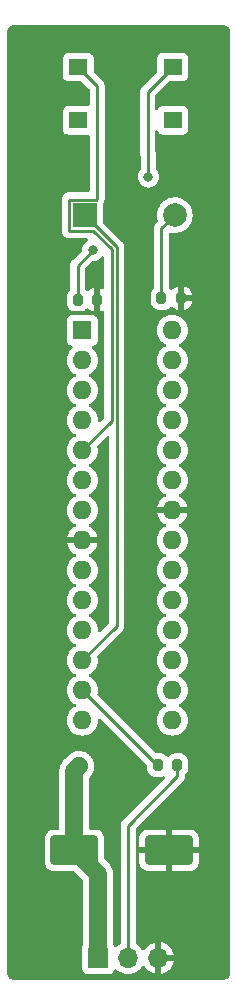
<source format=gbr>
%TF.GenerationSoftware,KiCad,Pcbnew,(5.99.0-11067-gb10f156dd0)*%
%TF.CreationDate,2021-06-27T22:48:24-06:00*%
%TF.ProjectId,MeditationLamp,4d656469-7461-4746-996f-6e4c616d702e,rev?*%
%TF.SameCoordinates,Original*%
%TF.FileFunction,Copper,L1,Top*%
%TF.FilePolarity,Positive*%
%FSLAX46Y46*%
G04 Gerber Fmt 4.6, Leading zero omitted, Abs format (unit mm)*
G04 Created by KiCad (PCBNEW (5.99.0-11067-gb10f156dd0)) date 2021-06-27 22:48:24*
%MOMM*%
%LPD*%
G01*
G04 APERTURE LIST*
G04 Aperture macros list*
%AMRoundRect*
0 Rectangle with rounded corners*
0 $1 Rounding radius*
0 $2 $3 $4 $5 $6 $7 $8 $9 X,Y pos of 4 corners*
0 Add a 4 corners polygon primitive as box body*
4,1,4,$2,$3,$4,$5,$6,$7,$8,$9,$2,$3,0*
0 Add four circle primitives for the rounded corners*
1,1,$1+$1,$2,$3*
1,1,$1+$1,$4,$5*
1,1,$1+$1,$6,$7*
1,1,$1+$1,$8,$9*
0 Add four rect primitives between the rounded corners*
20,1,$1+$1,$2,$3,$4,$5,0*
20,1,$1+$1,$4,$5,$6,$7,0*
20,1,$1+$1,$6,$7,$8,$9,0*
20,1,$1+$1,$8,$9,$2,$3,0*%
G04 Aperture macros list end*
%TA.AperFunction,ComponentPad*%
%ADD10O,1.700000X1.700000*%
%TD*%
%TA.AperFunction,ComponentPad*%
%ADD11R,1.700000X1.700000*%
%TD*%
%TA.AperFunction,SMDPad,CuDef*%
%ADD12R,1.600000X1.400000*%
%TD*%
%TA.AperFunction,SMDPad,CuDef*%
%ADD13RoundRect,0.200000X-0.200000X-0.275000X0.200000X-0.275000X0.200000X0.275000X-0.200000X0.275000X0*%
%TD*%
%TA.AperFunction,ComponentPad*%
%ADD14O,1.600000X1.600000*%
%TD*%
%TA.AperFunction,ComponentPad*%
%ADD15R,1.600000X1.600000*%
%TD*%
%TA.AperFunction,SMDPad,CuDef*%
%ADD16RoundRect,0.250000X-1.750000X-1.000000X1.750000X-1.000000X1.750000X1.000000X-1.750000X1.000000X0*%
%TD*%
%TA.AperFunction,ComponentPad*%
%ADD17C,2.000000*%
%TD*%
%TA.AperFunction,ComponentPad*%
%ADD18R,2.000000X2.000000*%
%TD*%
%TA.AperFunction,ViaPad*%
%ADD19C,1.524000*%
%TD*%
%TA.AperFunction,ViaPad*%
%ADD20C,0.800000*%
%TD*%
%TA.AperFunction,Conductor*%
%ADD21C,0.250000*%
%TD*%
%TA.AperFunction,Conductor*%
%ADD22C,1.524000*%
%TD*%
G04 APERTURE END LIST*
D10*
%TO.P,J1,3,Pin_3*%
%TO.N,GND*%
X33299200Y-99502000D03*
%TO.P,J1,2,Pin_2*%
%TO.N,Net-(J1-Pad2)*%
X30759200Y-99502000D03*
D11*
%TO.P,J1,1,Pin_1*%
%TO.N,+5V*%
X28219200Y-99502000D03*
%TD*%
D12*
%TO.P,SW1,4*%
%TO.N,N/C*%
X34532700Y-28574600D03*
%TO.P,SW1,3*%
X26532700Y-28574600D03*
%TO.P,SW1,2,B*%
%TO.N,Net-(R1-Pad1)*%
X34532700Y-24074600D03*
%TO.P,SW1,1,A*%
%TO.N,Net-(SW1-Pad1)*%
X26532700Y-24074600D03*
%TD*%
D13*
%TO.P,R2,2*%
%TO.N,Net-(J1-Pad2)*%
X34922000Y-83169800D03*
%TO.P,R2,1*%
%TO.N,Net-(U1-Pad13)*%
X33272000Y-83169800D03*
%TD*%
D14*
%TO.P,U1,28,PC5*%
%TO.N,unconnected-(U1-Pad28)*%
X34488000Y-46349800D03*
%TO.P,U1,27,PC4*%
%TO.N,unconnected-(U1-Pad27)*%
X34488000Y-48889800D03*
%TO.P,U1,26,PC3*%
%TO.N,unconnected-(U1-Pad26)*%
X34488000Y-51429800D03*
%TO.P,U1,25,PC2*%
%TO.N,unconnected-(U1-Pad25)*%
X34488000Y-53969800D03*
%TO.P,U1,24,PC1*%
%TO.N,unconnected-(U1-Pad24)*%
X34488000Y-56509800D03*
%TO.P,U1,23,PC0*%
%TO.N,unconnected-(U1-Pad23)*%
X34488000Y-59049800D03*
%TO.P,U1,22,GND*%
%TO.N,GND*%
X34488000Y-61589800D03*
%TO.P,U1,21,AREF*%
%TO.N,+5V*%
X34488000Y-64129800D03*
%TO.P,U1,20,AVCC*%
X34488000Y-66669800D03*
%TO.P,U1,19,PB5*%
%TO.N,unconnected-(U1-Pad19)*%
X34488000Y-69209800D03*
%TO.P,U1,18,PB4*%
%TO.N,unconnected-(U1-Pad18)*%
X34488000Y-71749800D03*
%TO.P,U1,17,PB3*%
%TO.N,unconnected-(U1-Pad17)*%
X34488000Y-74289800D03*
%TO.P,U1,16,PB2*%
%TO.N,unconnected-(U1-Pad16)*%
X34488000Y-76829800D03*
%TO.P,U1,15,PB1*%
%TO.N,unconnected-(U1-Pad15)*%
X34488000Y-79369800D03*
%TO.P,U1,14,PB0*%
%TO.N,unconnected-(U1-Pad14)*%
X26868000Y-79369800D03*
%TO.P,U1,13,PD7*%
%TO.N,Net-(U1-Pad13)*%
X26868000Y-76829800D03*
%TO.P,U1,12,PD6*%
%TO.N,/BUZZ*%
X26868000Y-74289800D03*
%TO.P,U1,11,PD5*%
%TO.N,unconnected-(U1-Pad11)*%
X26868000Y-71749800D03*
%TO.P,U1,10,XTAL2/PB7*%
%TO.N,unconnected-(U1-Pad10)*%
X26868000Y-69209800D03*
%TO.P,U1,9,XTAL1/PB6*%
%TO.N,unconnected-(U1-Pad9)*%
X26868000Y-66669800D03*
%TO.P,U1,8,GND*%
%TO.N,GND*%
X26868000Y-64129800D03*
%TO.P,U1,7,VCC*%
%TO.N,+5V*%
X26868000Y-61589800D03*
%TO.P,U1,6,PD4*%
%TO.N,unconnected-(U1-Pad6)*%
X26868000Y-59049800D03*
%TO.P,U1,5,PD3*%
%TO.N,Net-(SW1-Pad1)*%
X26868000Y-56509800D03*
%TO.P,U1,4,PD2*%
%TO.N,unconnected-(U1-Pad4)*%
X26868000Y-53969800D03*
%TO.P,U1,3,PD1*%
%TO.N,unconnected-(U1-Pad3)*%
X26868000Y-51429800D03*
%TO.P,U1,2,PD0*%
%TO.N,unconnected-(U1-Pad2)*%
X26868000Y-48889800D03*
D15*
%TO.P,U1,1,~{RESET}/PC6*%
%TO.N,unconnected-(U1-Pad1)*%
X26868000Y-46349800D03*
%TD*%
D16*
%TO.P,C1,2*%
%TO.N,GND*%
X34210800Y-90383400D03*
%TO.P,C1,1*%
%TO.N,+5V*%
X26210800Y-90383400D03*
%TD*%
D13*
%TO.P,R3,2*%
%TO.N,GND*%
X35226800Y-43647400D03*
%TO.P,R3,1*%
%TO.N,Net-(BZ1-Pad2)*%
X33576800Y-43647400D03*
%TD*%
D17*
%TO.P,BZ1,2,+*%
%TO.N,Net-(BZ1-Pad2)*%
X34696600Y-36611600D03*
D18*
%TO.P,BZ1,1,-*%
%TO.N,/BUZZ*%
X27096600Y-36611600D03*
%TD*%
D13*
%TO.P,R1,2*%
%TO.N,GND*%
X28127000Y-43774400D03*
%TO.P,R1,1*%
%TO.N,Net-(R1-Pad1)*%
X26477000Y-43774400D03*
%TD*%
D19*
%TO.N,+5V*%
X26604000Y-83246000D03*
D20*
%TO.N,Net-(R1-Pad1)*%
X27772400Y-39583400D03*
X32471400Y-33360400D03*
%TD*%
D21*
%TO.N,Net-(J1-Pad2)*%
X30759200Y-88285600D02*
X30759200Y-99502000D01*
X34922000Y-84122800D02*
X30759200Y-88285600D01*
X34922000Y-83169800D02*
X34922000Y-84122800D01*
D22*
%TO.N,+5V*%
X28204200Y-99487000D02*
X28219200Y-99502000D01*
X28204200Y-92376800D02*
X28204200Y-99487000D01*
X26210800Y-90383400D02*
X28204200Y-92376800D01*
D21*
%TO.N,/BUZZ*%
X26868000Y-74289800D02*
X29804400Y-71353400D01*
X29804400Y-39319400D02*
X27096600Y-36611600D01*
X29804400Y-71353400D02*
X29804400Y-39319400D01*
%TO.N,Net-(BZ1-Pad2)*%
X33576800Y-43647400D02*
X33576800Y-37731400D01*
X33576800Y-37731400D02*
X34696600Y-36611600D01*
D22*
%TO.N,+5V*%
X26210800Y-90383400D02*
X26210800Y-83639200D01*
X26210800Y-83639200D02*
X26604000Y-83246000D01*
D21*
%TO.N,Net-(R1-Pad1)*%
X32395200Y-26212100D02*
X34532700Y-24074600D01*
X32395200Y-31353800D02*
X32395200Y-26212100D01*
X26477000Y-40878800D02*
X27772400Y-39583400D01*
X26477000Y-43774400D02*
X26477000Y-40878800D01*
X32471400Y-31430000D02*
X32395200Y-31353800D01*
X32471400Y-33360400D02*
X32471400Y-31430000D01*
%TO.N,Net-(U1-Pad13)*%
X33208000Y-83169800D02*
X33272000Y-83169800D01*
X26868000Y-76829800D02*
X33208000Y-83169800D01*
%TO.N,Net-(SW1-Pad1)*%
X28128000Y-35214600D02*
X28055511Y-35287089D01*
X29354880Y-54022920D02*
X26868000Y-56509800D01*
X28128000Y-25669900D02*
X28128000Y-35214600D01*
X28055511Y-35287089D02*
X25772089Y-35287089D01*
X26532700Y-24074600D02*
X28128000Y-25669900D01*
X25772089Y-37936111D02*
X27785393Y-37936111D01*
X29354880Y-39505598D02*
X29354880Y-54022920D01*
X25772089Y-35287089D02*
X25772089Y-37936111D01*
X27785393Y-37936111D02*
X29354880Y-39505598D01*
%TD*%
%TA.AperFunction,Conductor*%
%TO.N,GND*%
G36*
X38855498Y-20533402D02*
G01*
X38881600Y-20536533D01*
X38881600Y-20538402D01*
X38893568Y-20538990D01*
X38921618Y-20540368D01*
X38940017Y-20542637D01*
X39015441Y-20557640D01*
X39039077Y-20564810D01*
X39107248Y-20593047D01*
X39129032Y-20604691D01*
X39190384Y-20645685D01*
X39209477Y-20661355D01*
X39261647Y-20713525D01*
X39277317Y-20732618D01*
X39318311Y-20793970D01*
X39329955Y-20815754D01*
X39358192Y-20883925D01*
X39365362Y-20907561D01*
X39380365Y-20982985D01*
X39382634Y-21001384D01*
X39384600Y-21041401D01*
X39382462Y-21041506D01*
X39382476Y-21041792D01*
X39385458Y-21041402D01*
X39388537Y-21064950D01*
X39389600Y-21081286D01*
X39389600Y-100774914D01*
X39388100Y-100794297D01*
X39384638Y-100816533D01*
X39385092Y-100820006D01*
X39384740Y-100822801D01*
X39384600Y-100822801D01*
X39383708Y-100840958D01*
X39382634Y-100862817D01*
X39380365Y-100881215D01*
X39365362Y-100956642D01*
X39358192Y-100980278D01*
X39329956Y-101048447D01*
X39318317Y-101070223D01*
X39277317Y-101131585D01*
X39261648Y-101150676D01*
X39209477Y-101202847D01*
X39190390Y-101218513D01*
X39129024Y-101259516D01*
X39107249Y-101271155D01*
X39073163Y-101285273D01*
X39039079Y-101299391D01*
X39015443Y-101306561D01*
X38940016Y-101321564D01*
X38921618Y-101323833D01*
X38914151Y-101324200D01*
X38881602Y-101325799D01*
X38881602Y-101327400D01*
X38861479Y-101330799D01*
X38853979Y-101330799D01*
X38853209Y-101330797D01*
X38852653Y-101330794D01*
X38811979Y-101330545D01*
X38811147Y-101330783D01*
X38810909Y-101330799D01*
X38688543Y-101330799D01*
X21042101Y-101330800D01*
X21015999Y-101327669D01*
X21015999Y-101325800D01*
X21004031Y-101325212D01*
X20975983Y-101323834D01*
X20957585Y-101321565D01*
X20882158Y-101306562D01*
X20858522Y-101299392D01*
X20790353Y-101271156D01*
X20768577Y-101259517D01*
X20707211Y-101218514D01*
X20688124Y-101202848D01*
X20635953Y-101150677D01*
X20620287Y-101131590D01*
X20579284Y-101070224D01*
X20567645Y-101048448D01*
X20539409Y-100980279D01*
X20532239Y-100956643D01*
X20517236Y-100881216D01*
X20514967Y-100862818D01*
X20513193Y-100826704D01*
X20513193Y-100826703D01*
X20513001Y-100822802D01*
X20513001Y-100822801D01*
X20509274Y-100796777D01*
X20508001Y-100778914D01*
X20508001Y-89327378D01*
X23702300Y-89327378D01*
X23702300Y-91426286D01*
X23707730Y-91472858D01*
X23716917Y-91551655D01*
X23717778Y-91559043D01*
X23720274Y-91565921D01*
X23720275Y-91565923D01*
X23766754Y-91693971D01*
X23778113Y-91725264D01*
X23807030Y-91769370D01*
X23863988Y-91856245D01*
X23875069Y-91873147D01*
X24003445Y-91994758D01*
X24156355Y-92083575D01*
X24325596Y-92134833D01*
X24332036Y-92135408D01*
X24332037Y-92135408D01*
X24401985Y-92141651D01*
X24401991Y-92141651D01*
X24404778Y-92141900D01*
X26120350Y-92141900D01*
X26188471Y-92161902D01*
X26209445Y-92178804D01*
X26896795Y-92866153D01*
X26930820Y-92928466D01*
X26933700Y-92955249D01*
X26933700Y-98354670D01*
X26922313Y-98407013D01*
X26886855Y-98484656D01*
X26876500Y-98507330D01*
X26875218Y-98516245D01*
X26875218Y-98516246D01*
X26856339Y-98647552D01*
X26856338Y-98647559D01*
X26855700Y-98652000D01*
X26855700Y-100352000D01*
X26860927Y-100425079D01*
X26864391Y-100436875D01*
X26893550Y-100536182D01*
X26902104Y-100565316D01*
X26906975Y-100572895D01*
X26976251Y-100680691D01*
X26976253Y-100680694D01*
X26981123Y-100688271D01*
X26987933Y-100694172D01*
X27084769Y-100778082D01*
X27084772Y-100778084D01*
X27091581Y-100783984D01*
X27099779Y-100787728D01*
X27212198Y-100839068D01*
X27224530Y-100844700D01*
X27233445Y-100845982D01*
X27233446Y-100845982D01*
X27364752Y-100864861D01*
X27364759Y-100864862D01*
X27369200Y-100865500D01*
X29069200Y-100865500D01*
X29142279Y-100860273D01*
X29234836Y-100833096D01*
X29273870Y-100821635D01*
X29273872Y-100821634D01*
X29282516Y-100819096D01*
X29349646Y-100775954D01*
X29397891Y-100744949D01*
X29397894Y-100744947D01*
X29405471Y-100740077D01*
X29430286Y-100711439D01*
X29495282Y-100636431D01*
X29495284Y-100636428D01*
X29501184Y-100629619D01*
X29561900Y-100496670D01*
X29562520Y-100492360D01*
X29599632Y-100434610D01*
X29664212Y-100405117D01*
X29734486Y-100415220D01*
X29766535Y-100436270D01*
X29934829Y-100588069D01*
X30129606Y-100711439D01*
X30342384Y-100800228D01*
X30347587Y-100801425D01*
X30347592Y-100801426D01*
X30561878Y-100850701D01*
X30561883Y-100850702D01*
X30567081Y-100851897D01*
X30572409Y-100852200D01*
X30572412Y-100852200D01*
X30723077Y-100860755D01*
X30797271Y-100864968D01*
X30802578Y-100864368D01*
X30802580Y-100864368D01*
X30976554Y-100844700D01*
X31026373Y-100839068D01*
X31031488Y-100837587D01*
X31031492Y-100837586D01*
X31118100Y-100812506D01*
X31247835Y-100774937D01*
X31455325Y-100674409D01*
X31459663Y-100671309D01*
X31459668Y-100671306D01*
X31638570Y-100543459D01*
X31642911Y-100540357D01*
X31805230Y-100376617D01*
X31927153Y-100202816D01*
X31982649Y-100158536D01*
X32053275Y-100151289D01*
X32116607Y-100183375D01*
X32140981Y-100214958D01*
X32158750Y-100247617D01*
X32164602Y-100256491D01*
X32300686Y-100429113D01*
X32307950Y-100436875D01*
X32471167Y-100584094D01*
X32479644Y-100590528D01*
X32665322Y-100708136D01*
X32674767Y-100713053D01*
X32877606Y-100797694D01*
X32887745Y-100800950D01*
X33027545Y-100833096D01*
X33041622Y-100832257D01*
X33045200Y-100822999D01*
X33045200Y-99769548D01*
X33553200Y-99769548D01*
X33553200Y-100821941D01*
X33557351Y-100836079D01*
X33567998Y-100837774D01*
X33571392Y-100837096D01*
X33782533Y-100775954D01*
X33792459Y-100772143D01*
X33990265Y-100676307D01*
X33999412Y-100670876D01*
X34178241Y-100543083D01*
X34186349Y-100536182D01*
X34341093Y-100380082D01*
X34347906Y-100371933D01*
X34474140Y-100191988D01*
X34479495Y-100182787D01*
X34573599Y-99984156D01*
X34577323Y-99974197D01*
X34635168Y-99767718D01*
X34633630Y-99759351D01*
X34621337Y-99756000D01*
X33571315Y-99756000D01*
X33556076Y-99760475D01*
X33554871Y-99761865D01*
X33553200Y-99769548D01*
X33045200Y-99769548D01*
X33045200Y-98185717D01*
X33044528Y-98183430D01*
X33553200Y-98183430D01*
X33553200Y-99229885D01*
X33557675Y-99245124D01*
X33559065Y-99246329D01*
X33566748Y-99248000D01*
X34618279Y-99248000D01*
X34631810Y-99244027D01*
X34633076Y-99235218D01*
X34586154Y-99054433D01*
X34582619Y-99044395D01*
X34492347Y-98843998D01*
X34487167Y-98834692D01*
X34364418Y-98652366D01*
X34357757Y-98644080D01*
X34206030Y-98485030D01*
X34198073Y-98477990D01*
X34021723Y-98346782D01*
X34012686Y-98341178D01*
X33816750Y-98241559D01*
X33806899Y-98237559D01*
X33596978Y-98172378D01*
X33586596Y-98170095D01*
X33571159Y-98168049D01*
X33556992Y-98170246D01*
X33553200Y-98183430D01*
X33044528Y-98183430D01*
X33041227Y-98172186D01*
X33030620Y-98170661D01*
X32912754Y-98195391D01*
X32902558Y-98198451D01*
X32698132Y-98279182D01*
X32688596Y-98283916D01*
X32500686Y-98397942D01*
X32492096Y-98404206D01*
X32326084Y-98548264D01*
X32318664Y-98555895D01*
X32179300Y-98725860D01*
X32173279Y-98734622D01*
X32139627Y-98793739D01*
X32088544Y-98843045D01*
X32018914Y-98856906D01*
X31952843Y-98830922D01*
X31925605Y-98801773D01*
X31874497Y-98725860D01*
X31821827Y-98647626D01*
X31662682Y-98480799D01*
X31477704Y-98343171D01*
X31472947Y-98340752D01*
X31472943Y-98340750D01*
X31461594Y-98334980D01*
X31409937Y-98286276D01*
X31392700Y-98222664D01*
X31392700Y-90650948D01*
X31702800Y-90650948D01*
X31702800Y-91422623D01*
X31703224Y-91429924D01*
X31717417Y-91551655D01*
X31720763Y-91565810D01*
X31776063Y-91718161D01*
X31782573Y-91731160D01*
X31871441Y-91866706D01*
X31880765Y-91877858D01*
X31998429Y-91989322D01*
X32010076Y-91998035D01*
X32150229Y-92079443D01*
X32163554Y-92085237D01*
X32319500Y-92132468D01*
X32332123Y-92134916D01*
X32401984Y-92141151D01*
X32407579Y-92141400D01*
X33938685Y-92141400D01*
X33953924Y-92136925D01*
X33955129Y-92135535D01*
X33956800Y-92127852D01*
X33956800Y-90655515D01*
X33955459Y-90650948D01*
X34464800Y-90650948D01*
X34464800Y-92123285D01*
X34469275Y-92138524D01*
X34470665Y-92139729D01*
X34478348Y-92141400D01*
X36000023Y-92141400D01*
X36007324Y-92140976D01*
X36129055Y-92126783D01*
X36143210Y-92123437D01*
X36295561Y-92068137D01*
X36308560Y-92061627D01*
X36444106Y-91972759D01*
X36455258Y-91963435D01*
X36566722Y-91845771D01*
X36575435Y-91834124D01*
X36656843Y-91693971D01*
X36662637Y-91680646D01*
X36709868Y-91524700D01*
X36712316Y-91512077D01*
X36718551Y-91442216D01*
X36718800Y-91436621D01*
X36718800Y-90655515D01*
X36714325Y-90640276D01*
X36712935Y-90639071D01*
X36705252Y-90637400D01*
X34482915Y-90637400D01*
X34467676Y-90641875D01*
X34466471Y-90643265D01*
X34464800Y-90650948D01*
X33955459Y-90650948D01*
X33952325Y-90640276D01*
X33950935Y-90639071D01*
X33943252Y-90637400D01*
X31720915Y-90637400D01*
X31705676Y-90641875D01*
X31704471Y-90643265D01*
X31702800Y-90650948D01*
X31392700Y-90650948D01*
X31392700Y-89330179D01*
X31702800Y-89330179D01*
X31702800Y-90111285D01*
X31707275Y-90126524D01*
X31708665Y-90127729D01*
X31716348Y-90129400D01*
X33938685Y-90129400D01*
X33953924Y-90124925D01*
X33955129Y-90123535D01*
X33956800Y-90115852D01*
X33956800Y-88643515D01*
X33955459Y-88638948D01*
X34464800Y-88638948D01*
X34464800Y-90111285D01*
X34469275Y-90126524D01*
X34470665Y-90127729D01*
X34478348Y-90129400D01*
X36700685Y-90129400D01*
X36715924Y-90124925D01*
X36717129Y-90123535D01*
X36718800Y-90115852D01*
X36718800Y-89344177D01*
X36718376Y-89336876D01*
X36704183Y-89215145D01*
X36700837Y-89200990D01*
X36645537Y-89048639D01*
X36639027Y-89035640D01*
X36550159Y-88900094D01*
X36540835Y-88888942D01*
X36423171Y-88777478D01*
X36411524Y-88768765D01*
X36271371Y-88687357D01*
X36258046Y-88681563D01*
X36102100Y-88634332D01*
X36089477Y-88631884D01*
X36019616Y-88625649D01*
X36014021Y-88625400D01*
X34482915Y-88625400D01*
X34467676Y-88629875D01*
X34466471Y-88631265D01*
X34464800Y-88638948D01*
X33955459Y-88638948D01*
X33952325Y-88628276D01*
X33950935Y-88627071D01*
X33943252Y-88625400D01*
X32421577Y-88625400D01*
X32414276Y-88625824D01*
X32292545Y-88640017D01*
X32278390Y-88643363D01*
X32126039Y-88698663D01*
X32113040Y-88705173D01*
X31977494Y-88794041D01*
X31966342Y-88803365D01*
X31854878Y-88921029D01*
X31846165Y-88932676D01*
X31764757Y-89072829D01*
X31758963Y-89086154D01*
X31711732Y-89242100D01*
X31709284Y-89254723D01*
X31703049Y-89324584D01*
X31702800Y-89330179D01*
X31392700Y-89330179D01*
X31392700Y-88600194D01*
X31412702Y-88532073D01*
X31429605Y-88511099D01*
X35314513Y-84626191D01*
X35322601Y-84618831D01*
X35328995Y-84614773D01*
X35374870Y-84565921D01*
X35377624Y-84563080D01*
X35397938Y-84542766D01*
X35400583Y-84539355D01*
X35408289Y-84530333D01*
X35433133Y-84503877D01*
X35438557Y-84498101D01*
X35442376Y-84491155D01*
X35448318Y-84480347D01*
X35459172Y-84463823D01*
X35466725Y-84454086D01*
X35466725Y-84454085D01*
X35471583Y-84447823D01*
X35489142Y-84407247D01*
X35494363Y-84396590D01*
X35515662Y-84357848D01*
X35517635Y-84350164D01*
X35520699Y-84338232D01*
X35527103Y-84319528D01*
X35531999Y-84308215D01*
X35532001Y-84308208D01*
X35535148Y-84300936D01*
X35542065Y-84257265D01*
X35544472Y-84245644D01*
X35553987Y-84208582D01*
X35553987Y-84208581D01*
X35555465Y-84202825D01*
X35555500Y-84202269D01*
X35555500Y-84182348D01*
X35557051Y-84162638D01*
X35558944Y-84150686D01*
X35558944Y-84150685D01*
X35560184Y-84142856D01*
X35556059Y-84099217D01*
X35555500Y-84087360D01*
X35555500Y-84069485D01*
X35575502Y-84001364D01*
X35593849Y-83980007D01*
X35593846Y-83980004D01*
X35593990Y-83979843D01*
X35594005Y-83979826D01*
X35607638Y-83964524D01*
X35702836Y-83857677D01*
X35702838Y-83857675D01*
X35707890Y-83852004D01*
X35711442Y-83845295D01*
X35711445Y-83845291D01*
X35784555Y-83707211D01*
X35784556Y-83707208D01*
X35788110Y-83700496D01*
X35829874Y-83534225D01*
X35830309Y-83527309D01*
X35830375Y-83526270D01*
X35830376Y-83526254D01*
X35830500Y-83524275D01*
X35830500Y-82853483D01*
X35814904Y-82724606D01*
X35754306Y-82564238D01*
X35739352Y-82542480D01*
X35661506Y-82429213D01*
X35661505Y-82429211D01*
X35657204Y-82422954D01*
X35650653Y-82417117D01*
X35534877Y-82313964D01*
X35534875Y-82313962D01*
X35529204Y-82308910D01*
X35522495Y-82305358D01*
X35522491Y-82305355D01*
X35384411Y-82232245D01*
X35384408Y-82232244D01*
X35377696Y-82228690D01*
X35211425Y-82186926D01*
X35205662Y-82186563D01*
X35205659Y-82186563D01*
X35203470Y-82186425D01*
X35203454Y-82186424D01*
X35201475Y-82186300D01*
X34680683Y-82186300D01*
X34551806Y-82201896D01*
X34391438Y-82262494D01*
X34385180Y-82266795D01*
X34318336Y-82312736D01*
X34250154Y-82359596D01*
X34245102Y-82365266D01*
X34245101Y-82365267D01*
X34193924Y-82422707D01*
X34133674Y-82460263D01*
X34062684Y-82459283D01*
X34007782Y-82423796D01*
X34007204Y-82422954D01*
X34000653Y-82417117D01*
X33884877Y-82313964D01*
X33884875Y-82313962D01*
X33879204Y-82308910D01*
X33872495Y-82305358D01*
X33872491Y-82305355D01*
X33734411Y-82232245D01*
X33734408Y-82232244D01*
X33727696Y-82228690D01*
X33561425Y-82186926D01*
X33555662Y-82186563D01*
X33555659Y-82186563D01*
X33553470Y-82186425D01*
X33553454Y-82186424D01*
X33551475Y-82186300D01*
X33172594Y-82186300D01*
X33104473Y-82166298D01*
X33083499Y-82149395D01*
X28177154Y-77243050D01*
X28143128Y-77180738D01*
X28144542Y-77121344D01*
X28160121Y-77063202D01*
X28160121Y-77063200D01*
X28161545Y-77057887D01*
X28181500Y-76829800D01*
X28161545Y-76601713D01*
X28102286Y-76380557D01*
X28099963Y-76375575D01*
X28007850Y-76178037D01*
X28007847Y-76178032D01*
X28005524Y-76173050D01*
X27874199Y-75985498D01*
X27712302Y-75823601D01*
X27707794Y-75820444D01*
X27707791Y-75820442D01*
X27529259Y-75695433D01*
X27529257Y-75695432D01*
X27524750Y-75692276D01*
X27519768Y-75689953D01*
X27519763Y-75689950D01*
X27485546Y-75673995D01*
X27432261Y-75627078D01*
X27412800Y-75558801D01*
X27433342Y-75490841D01*
X27485546Y-75445605D01*
X27519763Y-75429650D01*
X27519768Y-75429647D01*
X27524750Y-75427324D01*
X27529259Y-75424167D01*
X27707791Y-75299158D01*
X27707794Y-75299156D01*
X27712302Y-75295999D01*
X27874199Y-75134102D01*
X28005524Y-74946550D01*
X28007847Y-74941568D01*
X28007850Y-74941563D01*
X28099963Y-74744025D01*
X28099964Y-74744024D01*
X28102286Y-74739043D01*
X28161545Y-74517887D01*
X28181500Y-74289800D01*
X28161545Y-74061713D01*
X28144542Y-73998256D01*
X28146232Y-73927279D01*
X28177154Y-73876550D01*
X30196913Y-71856791D01*
X30205001Y-71849431D01*
X30211395Y-71845373D01*
X30257270Y-71796521D01*
X30260024Y-71793680D01*
X30280338Y-71773366D01*
X30282983Y-71769955D01*
X30290689Y-71760933D01*
X30315533Y-71734477D01*
X30320957Y-71728701D01*
X30324776Y-71721755D01*
X30330718Y-71710947D01*
X30341572Y-71694423D01*
X30349125Y-71684686D01*
X30349125Y-71684685D01*
X30353983Y-71678423D01*
X30371542Y-71637847D01*
X30376763Y-71627190D01*
X30398062Y-71588448D01*
X30400035Y-71580764D01*
X30403099Y-71568832D01*
X30409503Y-71550128D01*
X30414398Y-71538817D01*
X30414400Y-71538810D01*
X30417548Y-71531536D01*
X30424465Y-71487862D01*
X30426873Y-71476237D01*
X30436387Y-71439182D01*
X30436387Y-71439180D01*
X30437865Y-71433425D01*
X30437900Y-71432869D01*
X30437900Y-71412953D01*
X30439451Y-71393243D01*
X30441345Y-71381284D01*
X30442585Y-71373455D01*
X30438459Y-71329806D01*
X30437900Y-71317949D01*
X30437900Y-64129800D01*
X33174500Y-64129800D01*
X33194455Y-64357887D01*
X33253714Y-64579043D01*
X33256036Y-64584024D01*
X33256037Y-64584025D01*
X33348150Y-64781563D01*
X33348153Y-64781568D01*
X33350476Y-64786550D01*
X33481801Y-64974102D01*
X33643698Y-65135999D01*
X33648206Y-65139156D01*
X33648209Y-65139158D01*
X33826123Y-65263734D01*
X33831250Y-65267324D01*
X33836232Y-65269647D01*
X33836237Y-65269650D01*
X33870454Y-65285605D01*
X33923739Y-65332522D01*
X33943200Y-65400799D01*
X33922658Y-65468759D01*
X33870454Y-65513995D01*
X33836237Y-65529950D01*
X33836232Y-65529953D01*
X33831250Y-65532276D01*
X33826743Y-65535432D01*
X33826741Y-65535433D01*
X33648209Y-65660442D01*
X33648206Y-65660444D01*
X33643698Y-65663601D01*
X33481801Y-65825498D01*
X33350476Y-66013050D01*
X33348153Y-66018032D01*
X33348150Y-66018037D01*
X33256037Y-66215575D01*
X33253714Y-66220557D01*
X33194455Y-66441713D01*
X33174500Y-66669800D01*
X33194455Y-66897887D01*
X33253714Y-67119043D01*
X33256036Y-67124024D01*
X33256037Y-67124025D01*
X33348150Y-67321563D01*
X33348153Y-67321568D01*
X33350476Y-67326550D01*
X33481801Y-67514102D01*
X33643698Y-67675999D01*
X33648206Y-67679156D01*
X33648209Y-67679158D01*
X33826741Y-67804167D01*
X33831250Y-67807324D01*
X33836232Y-67809647D01*
X33836237Y-67809650D01*
X33870454Y-67825605D01*
X33923739Y-67872522D01*
X33943200Y-67940799D01*
X33922658Y-68008759D01*
X33870454Y-68053995D01*
X33836237Y-68069950D01*
X33836232Y-68069953D01*
X33831250Y-68072276D01*
X33826743Y-68075432D01*
X33826741Y-68075433D01*
X33648209Y-68200442D01*
X33648206Y-68200444D01*
X33643698Y-68203601D01*
X33481801Y-68365498D01*
X33350476Y-68553050D01*
X33348153Y-68558032D01*
X33348150Y-68558037D01*
X33256037Y-68755575D01*
X33253714Y-68760557D01*
X33194455Y-68981713D01*
X33174500Y-69209800D01*
X33194455Y-69437887D01*
X33253714Y-69659043D01*
X33256036Y-69664024D01*
X33256037Y-69664025D01*
X33348150Y-69861563D01*
X33348153Y-69861568D01*
X33350476Y-69866550D01*
X33481801Y-70054102D01*
X33643698Y-70215999D01*
X33648206Y-70219156D01*
X33648209Y-70219158D01*
X33826741Y-70344167D01*
X33831250Y-70347324D01*
X33836232Y-70349647D01*
X33836237Y-70349650D01*
X33870454Y-70365605D01*
X33923739Y-70412522D01*
X33943200Y-70480799D01*
X33922658Y-70548759D01*
X33870454Y-70593995D01*
X33836237Y-70609950D01*
X33836232Y-70609953D01*
X33831250Y-70612276D01*
X33826743Y-70615432D01*
X33826741Y-70615433D01*
X33648209Y-70740442D01*
X33648206Y-70740444D01*
X33643698Y-70743601D01*
X33481801Y-70905498D01*
X33350476Y-71093050D01*
X33348153Y-71098032D01*
X33348150Y-71098037D01*
X33256037Y-71295575D01*
X33253714Y-71300557D01*
X33252292Y-71305865D01*
X33252291Y-71305867D01*
X33223597Y-71412953D01*
X33194455Y-71521713D01*
X33174500Y-71749800D01*
X33194455Y-71977887D01*
X33253714Y-72199043D01*
X33256036Y-72204024D01*
X33256037Y-72204025D01*
X33348150Y-72401563D01*
X33348153Y-72401568D01*
X33350476Y-72406550D01*
X33481801Y-72594102D01*
X33643698Y-72755999D01*
X33648206Y-72759156D01*
X33648209Y-72759158D01*
X33826741Y-72884167D01*
X33831250Y-72887324D01*
X33836232Y-72889647D01*
X33836237Y-72889650D01*
X33870454Y-72905605D01*
X33923739Y-72952522D01*
X33943200Y-73020799D01*
X33922658Y-73088759D01*
X33870454Y-73133995D01*
X33836237Y-73149950D01*
X33836232Y-73149953D01*
X33831250Y-73152276D01*
X33826743Y-73155432D01*
X33826741Y-73155433D01*
X33648209Y-73280442D01*
X33648206Y-73280444D01*
X33643698Y-73283601D01*
X33481801Y-73445498D01*
X33350476Y-73633050D01*
X33348153Y-73638032D01*
X33348150Y-73638037D01*
X33256037Y-73835575D01*
X33253714Y-73840557D01*
X33252292Y-73845865D01*
X33252291Y-73845867D01*
X33230477Y-73927279D01*
X33194455Y-74061713D01*
X33174500Y-74289800D01*
X33194455Y-74517887D01*
X33253714Y-74739043D01*
X33256036Y-74744024D01*
X33256037Y-74744025D01*
X33348150Y-74941563D01*
X33348153Y-74941568D01*
X33350476Y-74946550D01*
X33481801Y-75134102D01*
X33643698Y-75295999D01*
X33648206Y-75299156D01*
X33648209Y-75299158D01*
X33826741Y-75424167D01*
X33831250Y-75427324D01*
X33836232Y-75429647D01*
X33836237Y-75429650D01*
X33870454Y-75445605D01*
X33923739Y-75492522D01*
X33943200Y-75560799D01*
X33922658Y-75628759D01*
X33870454Y-75673995D01*
X33836237Y-75689950D01*
X33836232Y-75689953D01*
X33831250Y-75692276D01*
X33826743Y-75695432D01*
X33826741Y-75695433D01*
X33648209Y-75820442D01*
X33648206Y-75820444D01*
X33643698Y-75823601D01*
X33481801Y-75985498D01*
X33350476Y-76173050D01*
X33348153Y-76178032D01*
X33348150Y-76178037D01*
X33256037Y-76375575D01*
X33253714Y-76380557D01*
X33194455Y-76601713D01*
X33174500Y-76829800D01*
X33194455Y-77057887D01*
X33195879Y-77063200D01*
X33195879Y-77063202D01*
X33244070Y-77243050D01*
X33253714Y-77279043D01*
X33256036Y-77284024D01*
X33256037Y-77284025D01*
X33348150Y-77481563D01*
X33348153Y-77481568D01*
X33350476Y-77486550D01*
X33481801Y-77674102D01*
X33643698Y-77835999D01*
X33648206Y-77839156D01*
X33648209Y-77839158D01*
X33826741Y-77964167D01*
X33831250Y-77967324D01*
X33836232Y-77969647D01*
X33836237Y-77969650D01*
X33870454Y-77985605D01*
X33923739Y-78032522D01*
X33943200Y-78100799D01*
X33922658Y-78168759D01*
X33870454Y-78213995D01*
X33836237Y-78229950D01*
X33836232Y-78229953D01*
X33831250Y-78232276D01*
X33826743Y-78235432D01*
X33826741Y-78235433D01*
X33648209Y-78360442D01*
X33648206Y-78360444D01*
X33643698Y-78363601D01*
X33481801Y-78525498D01*
X33350476Y-78713050D01*
X33348153Y-78718032D01*
X33348150Y-78718037D01*
X33256037Y-78915575D01*
X33253714Y-78920557D01*
X33194455Y-79141713D01*
X33174500Y-79369800D01*
X33194455Y-79597887D01*
X33253714Y-79819043D01*
X33256036Y-79824024D01*
X33256037Y-79824025D01*
X33348150Y-80021563D01*
X33348153Y-80021568D01*
X33350476Y-80026550D01*
X33481801Y-80214102D01*
X33643698Y-80375999D01*
X33648206Y-80379156D01*
X33648209Y-80379158D01*
X33826741Y-80504167D01*
X33831250Y-80507324D01*
X33836232Y-80509647D01*
X33836237Y-80509650D01*
X34033775Y-80601763D01*
X34038757Y-80604086D01*
X34044065Y-80605508D01*
X34044067Y-80605509D01*
X34254598Y-80661921D01*
X34254600Y-80661921D01*
X34259913Y-80663345D01*
X34488000Y-80683300D01*
X34716087Y-80663345D01*
X34721400Y-80661921D01*
X34721402Y-80661921D01*
X34931933Y-80605509D01*
X34931935Y-80605508D01*
X34937243Y-80604086D01*
X34942225Y-80601763D01*
X35139763Y-80509650D01*
X35139768Y-80509647D01*
X35144750Y-80507324D01*
X35149259Y-80504167D01*
X35327791Y-80379158D01*
X35327794Y-80379156D01*
X35332302Y-80375999D01*
X35494199Y-80214102D01*
X35625524Y-80026550D01*
X35627847Y-80021568D01*
X35627850Y-80021563D01*
X35719963Y-79824025D01*
X35719964Y-79824024D01*
X35722286Y-79819043D01*
X35781545Y-79597887D01*
X35801500Y-79369800D01*
X35781545Y-79141713D01*
X35722286Y-78920557D01*
X35719963Y-78915575D01*
X35627850Y-78718037D01*
X35627847Y-78718032D01*
X35625524Y-78713050D01*
X35494199Y-78525498D01*
X35332302Y-78363601D01*
X35327794Y-78360444D01*
X35327791Y-78360442D01*
X35149259Y-78235433D01*
X35149257Y-78235432D01*
X35144750Y-78232276D01*
X35139768Y-78229953D01*
X35139763Y-78229950D01*
X35105546Y-78213995D01*
X35052261Y-78167078D01*
X35032800Y-78098801D01*
X35053342Y-78030841D01*
X35105546Y-77985605D01*
X35139763Y-77969650D01*
X35139768Y-77969647D01*
X35144750Y-77967324D01*
X35149259Y-77964167D01*
X35327791Y-77839158D01*
X35327794Y-77839156D01*
X35332302Y-77835999D01*
X35494199Y-77674102D01*
X35625524Y-77486550D01*
X35627847Y-77481568D01*
X35627850Y-77481563D01*
X35719963Y-77284025D01*
X35719964Y-77284024D01*
X35722286Y-77279043D01*
X35731931Y-77243050D01*
X35780121Y-77063202D01*
X35780121Y-77063200D01*
X35781545Y-77057887D01*
X35801500Y-76829800D01*
X35781545Y-76601713D01*
X35722286Y-76380557D01*
X35719963Y-76375575D01*
X35627850Y-76178037D01*
X35627847Y-76178032D01*
X35625524Y-76173050D01*
X35494199Y-75985498D01*
X35332302Y-75823601D01*
X35327794Y-75820444D01*
X35327791Y-75820442D01*
X35149259Y-75695433D01*
X35149257Y-75695432D01*
X35144750Y-75692276D01*
X35139768Y-75689953D01*
X35139763Y-75689950D01*
X35105546Y-75673995D01*
X35052261Y-75627078D01*
X35032800Y-75558801D01*
X35053342Y-75490841D01*
X35105546Y-75445605D01*
X35139763Y-75429650D01*
X35139768Y-75429647D01*
X35144750Y-75427324D01*
X35149259Y-75424167D01*
X35327791Y-75299158D01*
X35327794Y-75299156D01*
X35332302Y-75295999D01*
X35494199Y-75134102D01*
X35625524Y-74946550D01*
X35627847Y-74941568D01*
X35627850Y-74941563D01*
X35719963Y-74744025D01*
X35719964Y-74744024D01*
X35722286Y-74739043D01*
X35781545Y-74517887D01*
X35801500Y-74289800D01*
X35781545Y-74061713D01*
X35745523Y-73927279D01*
X35723709Y-73845867D01*
X35723708Y-73845865D01*
X35722286Y-73840557D01*
X35719963Y-73835575D01*
X35627850Y-73638037D01*
X35627847Y-73638032D01*
X35625524Y-73633050D01*
X35494199Y-73445498D01*
X35332302Y-73283601D01*
X35327794Y-73280444D01*
X35327791Y-73280442D01*
X35149259Y-73155433D01*
X35149257Y-73155432D01*
X35144750Y-73152276D01*
X35139768Y-73149953D01*
X35139763Y-73149950D01*
X35105546Y-73133995D01*
X35052261Y-73087078D01*
X35032800Y-73018801D01*
X35053342Y-72950841D01*
X35105546Y-72905605D01*
X35139763Y-72889650D01*
X35139768Y-72889647D01*
X35144750Y-72887324D01*
X35149259Y-72884167D01*
X35327791Y-72759158D01*
X35327794Y-72759156D01*
X35332302Y-72755999D01*
X35494199Y-72594102D01*
X35625524Y-72406550D01*
X35627847Y-72401568D01*
X35627850Y-72401563D01*
X35719963Y-72204025D01*
X35719964Y-72204024D01*
X35722286Y-72199043D01*
X35781545Y-71977887D01*
X35801500Y-71749800D01*
X35781545Y-71521713D01*
X35752403Y-71412953D01*
X35723709Y-71305867D01*
X35723708Y-71305865D01*
X35722286Y-71300557D01*
X35719963Y-71295575D01*
X35627850Y-71098037D01*
X35627847Y-71098032D01*
X35625524Y-71093050D01*
X35494199Y-70905498D01*
X35332302Y-70743601D01*
X35327794Y-70740444D01*
X35327791Y-70740442D01*
X35149259Y-70615433D01*
X35149257Y-70615432D01*
X35144750Y-70612276D01*
X35139768Y-70609953D01*
X35139763Y-70609950D01*
X35105546Y-70593995D01*
X35052261Y-70547078D01*
X35032800Y-70478801D01*
X35053342Y-70410841D01*
X35105546Y-70365605D01*
X35139763Y-70349650D01*
X35139768Y-70349647D01*
X35144750Y-70347324D01*
X35149259Y-70344167D01*
X35327791Y-70219158D01*
X35327794Y-70219156D01*
X35332302Y-70215999D01*
X35494199Y-70054102D01*
X35625524Y-69866550D01*
X35627847Y-69861568D01*
X35627850Y-69861563D01*
X35719963Y-69664025D01*
X35719964Y-69664024D01*
X35722286Y-69659043D01*
X35781545Y-69437887D01*
X35801500Y-69209800D01*
X35781545Y-68981713D01*
X35722286Y-68760557D01*
X35719963Y-68755575D01*
X35627850Y-68558037D01*
X35627847Y-68558032D01*
X35625524Y-68553050D01*
X35494199Y-68365498D01*
X35332302Y-68203601D01*
X35327794Y-68200444D01*
X35327791Y-68200442D01*
X35149259Y-68075433D01*
X35149257Y-68075432D01*
X35144750Y-68072276D01*
X35139768Y-68069953D01*
X35139763Y-68069950D01*
X35105546Y-68053995D01*
X35052261Y-68007078D01*
X35032800Y-67938801D01*
X35053342Y-67870841D01*
X35105546Y-67825605D01*
X35139763Y-67809650D01*
X35139768Y-67809647D01*
X35144750Y-67807324D01*
X35149259Y-67804167D01*
X35327791Y-67679158D01*
X35327794Y-67679156D01*
X35332302Y-67675999D01*
X35494199Y-67514102D01*
X35625524Y-67326550D01*
X35627847Y-67321568D01*
X35627850Y-67321563D01*
X35719963Y-67124025D01*
X35719964Y-67124024D01*
X35722286Y-67119043D01*
X35781545Y-66897887D01*
X35801500Y-66669800D01*
X35781545Y-66441713D01*
X35722286Y-66220557D01*
X35719963Y-66215575D01*
X35627850Y-66018037D01*
X35627847Y-66018032D01*
X35625524Y-66013050D01*
X35494199Y-65825498D01*
X35332302Y-65663601D01*
X35327794Y-65660444D01*
X35327791Y-65660442D01*
X35149259Y-65535433D01*
X35149257Y-65535432D01*
X35144750Y-65532276D01*
X35139768Y-65529953D01*
X35139763Y-65529950D01*
X35105546Y-65513995D01*
X35052261Y-65467078D01*
X35032800Y-65398801D01*
X35053342Y-65330841D01*
X35105546Y-65285605D01*
X35139763Y-65269650D01*
X35139768Y-65269647D01*
X35144750Y-65267324D01*
X35149877Y-65263734D01*
X35327791Y-65139158D01*
X35327794Y-65139156D01*
X35332302Y-65135999D01*
X35494199Y-64974102D01*
X35625524Y-64786550D01*
X35627847Y-64781568D01*
X35627850Y-64781563D01*
X35719963Y-64584025D01*
X35719964Y-64584024D01*
X35722286Y-64579043D01*
X35781545Y-64357887D01*
X35801500Y-64129800D01*
X35781545Y-63901713D01*
X35722286Y-63680557D01*
X35719963Y-63675575D01*
X35627850Y-63478037D01*
X35627847Y-63478032D01*
X35625524Y-63473050D01*
X35494199Y-63285498D01*
X35332302Y-63123601D01*
X35327794Y-63120444D01*
X35327791Y-63120442D01*
X35149259Y-62995433D01*
X35149257Y-62995432D01*
X35144750Y-62992276D01*
X35106136Y-62974270D01*
X35104957Y-62973720D01*
X35051672Y-62926802D01*
X35032211Y-62858525D01*
X35052753Y-62790565D01*
X35104958Y-62745330D01*
X35139509Y-62729219D01*
X35149009Y-62723734D01*
X35327469Y-62598775D01*
X35335877Y-62591719D01*
X35489919Y-62437677D01*
X35496975Y-62429269D01*
X35621934Y-62250809D01*
X35627417Y-62241313D01*
X35719491Y-62043857D01*
X35723239Y-62033561D01*
X35769398Y-61861297D01*
X35769062Y-61847201D01*
X35761120Y-61843800D01*
X33220029Y-61843800D01*
X33206498Y-61847773D01*
X33205269Y-61856322D01*
X33252761Y-62033561D01*
X33256509Y-62043857D01*
X33348583Y-62241313D01*
X33354066Y-62250809D01*
X33479025Y-62429269D01*
X33486081Y-62437677D01*
X33640123Y-62591719D01*
X33648531Y-62598775D01*
X33826991Y-62723734D01*
X33836491Y-62729219D01*
X33871042Y-62745330D01*
X33924328Y-62792247D01*
X33943789Y-62860524D01*
X33923247Y-62928484D01*
X33871043Y-62973720D01*
X33869864Y-62974270D01*
X33831250Y-62992276D01*
X33826743Y-62995432D01*
X33826741Y-62995433D01*
X33648209Y-63120442D01*
X33648206Y-63120444D01*
X33643698Y-63123601D01*
X33481801Y-63285498D01*
X33350476Y-63473050D01*
X33348153Y-63478032D01*
X33348150Y-63478037D01*
X33256037Y-63675575D01*
X33253714Y-63680557D01*
X33194455Y-63901713D01*
X33174500Y-64129800D01*
X30437900Y-64129800D01*
X30437900Y-46349800D01*
X33174500Y-46349800D01*
X33194455Y-46577887D01*
X33253714Y-46799043D01*
X33256036Y-46804024D01*
X33256037Y-46804025D01*
X33348150Y-47001563D01*
X33348153Y-47001568D01*
X33350476Y-47006550D01*
X33353632Y-47011057D01*
X33353633Y-47011059D01*
X33447632Y-47145303D01*
X33481801Y-47194102D01*
X33643698Y-47355999D01*
X33648206Y-47359156D01*
X33648209Y-47359158D01*
X33755425Y-47434231D01*
X33831250Y-47487324D01*
X33836232Y-47489647D01*
X33836237Y-47489650D01*
X33870454Y-47505605D01*
X33923739Y-47552522D01*
X33943200Y-47620799D01*
X33922658Y-47688759D01*
X33870454Y-47733995D01*
X33836237Y-47749950D01*
X33836232Y-47749953D01*
X33831250Y-47752276D01*
X33826743Y-47755432D01*
X33826741Y-47755433D01*
X33648209Y-47880442D01*
X33648206Y-47880444D01*
X33643698Y-47883601D01*
X33481801Y-48045498D01*
X33350476Y-48233050D01*
X33348153Y-48238032D01*
X33348150Y-48238037D01*
X33256037Y-48435575D01*
X33253714Y-48440557D01*
X33194455Y-48661713D01*
X33174500Y-48889800D01*
X33194455Y-49117887D01*
X33253714Y-49339043D01*
X33256036Y-49344024D01*
X33256037Y-49344025D01*
X33348150Y-49541563D01*
X33348153Y-49541568D01*
X33350476Y-49546550D01*
X33481801Y-49734102D01*
X33643698Y-49895999D01*
X33648206Y-49899156D01*
X33648209Y-49899158D01*
X33826741Y-50024167D01*
X33831250Y-50027324D01*
X33836232Y-50029647D01*
X33836237Y-50029650D01*
X33870454Y-50045605D01*
X33923739Y-50092522D01*
X33943200Y-50160799D01*
X33922658Y-50228759D01*
X33870454Y-50273995D01*
X33836237Y-50289950D01*
X33836232Y-50289953D01*
X33831250Y-50292276D01*
X33826743Y-50295432D01*
X33826741Y-50295433D01*
X33648209Y-50420442D01*
X33648206Y-50420444D01*
X33643698Y-50423601D01*
X33481801Y-50585498D01*
X33350476Y-50773050D01*
X33348153Y-50778032D01*
X33348150Y-50778037D01*
X33256037Y-50975575D01*
X33253714Y-50980557D01*
X33194455Y-51201713D01*
X33174500Y-51429800D01*
X33194455Y-51657887D01*
X33253714Y-51879043D01*
X33256036Y-51884024D01*
X33256037Y-51884025D01*
X33348150Y-52081563D01*
X33348153Y-52081568D01*
X33350476Y-52086550D01*
X33481801Y-52274102D01*
X33643698Y-52435999D01*
X33648206Y-52439156D01*
X33648209Y-52439158D01*
X33826741Y-52564167D01*
X33831250Y-52567324D01*
X33836232Y-52569647D01*
X33836237Y-52569650D01*
X33870454Y-52585605D01*
X33923739Y-52632522D01*
X33943200Y-52700799D01*
X33922658Y-52768759D01*
X33870454Y-52813995D01*
X33836237Y-52829950D01*
X33836232Y-52829953D01*
X33831250Y-52832276D01*
X33826743Y-52835432D01*
X33826741Y-52835433D01*
X33648209Y-52960442D01*
X33648206Y-52960444D01*
X33643698Y-52963601D01*
X33481801Y-53125498D01*
X33350476Y-53313050D01*
X33348153Y-53318032D01*
X33348150Y-53318037D01*
X33256037Y-53515575D01*
X33253714Y-53520557D01*
X33194455Y-53741713D01*
X33174500Y-53969800D01*
X33194455Y-54197887D01*
X33253714Y-54419043D01*
X33256036Y-54424024D01*
X33256037Y-54424025D01*
X33348150Y-54621563D01*
X33348153Y-54621568D01*
X33350476Y-54626550D01*
X33481801Y-54814102D01*
X33643698Y-54975999D01*
X33648206Y-54979156D01*
X33648209Y-54979158D01*
X33824796Y-55102805D01*
X33831250Y-55107324D01*
X33836232Y-55109647D01*
X33836237Y-55109650D01*
X33870454Y-55125605D01*
X33923739Y-55172522D01*
X33943200Y-55240799D01*
X33922658Y-55308759D01*
X33870454Y-55353995D01*
X33836237Y-55369950D01*
X33836232Y-55369953D01*
X33831250Y-55372276D01*
X33826743Y-55375432D01*
X33826741Y-55375433D01*
X33648209Y-55500442D01*
X33648206Y-55500444D01*
X33643698Y-55503601D01*
X33481801Y-55665498D01*
X33350476Y-55853050D01*
X33348153Y-55858032D01*
X33348150Y-55858037D01*
X33256037Y-56055575D01*
X33253714Y-56060557D01*
X33194455Y-56281713D01*
X33174500Y-56509800D01*
X33194455Y-56737887D01*
X33253714Y-56959043D01*
X33256036Y-56964024D01*
X33256037Y-56964025D01*
X33348150Y-57161563D01*
X33348153Y-57161568D01*
X33350476Y-57166550D01*
X33481801Y-57354102D01*
X33643698Y-57515999D01*
X33648206Y-57519156D01*
X33648209Y-57519158D01*
X33826741Y-57644167D01*
X33831250Y-57647324D01*
X33836232Y-57649647D01*
X33836237Y-57649650D01*
X33870454Y-57665605D01*
X33923739Y-57712522D01*
X33943200Y-57780799D01*
X33922658Y-57848759D01*
X33870454Y-57893995D01*
X33836237Y-57909950D01*
X33836232Y-57909953D01*
X33831250Y-57912276D01*
X33826743Y-57915432D01*
X33826741Y-57915433D01*
X33648209Y-58040442D01*
X33648206Y-58040444D01*
X33643698Y-58043601D01*
X33481801Y-58205498D01*
X33350476Y-58393050D01*
X33348153Y-58398032D01*
X33348150Y-58398037D01*
X33256037Y-58595575D01*
X33253714Y-58600557D01*
X33194455Y-58821713D01*
X33174500Y-59049800D01*
X33194455Y-59277887D01*
X33253714Y-59499043D01*
X33256036Y-59504024D01*
X33256037Y-59504025D01*
X33348150Y-59701563D01*
X33348153Y-59701568D01*
X33350476Y-59706550D01*
X33481801Y-59894102D01*
X33643698Y-60055999D01*
X33648206Y-60059156D01*
X33648209Y-60059158D01*
X33826741Y-60184167D01*
X33831250Y-60187324D01*
X33836237Y-60189650D01*
X33836238Y-60189650D01*
X33871043Y-60205880D01*
X33924328Y-60252798D01*
X33943789Y-60321075D01*
X33923247Y-60389035D01*
X33871042Y-60434270D01*
X33836491Y-60450381D01*
X33826991Y-60455866D01*
X33648531Y-60580825D01*
X33640123Y-60587881D01*
X33486081Y-60741923D01*
X33479025Y-60750331D01*
X33354066Y-60928791D01*
X33348583Y-60938287D01*
X33256509Y-61135743D01*
X33252761Y-61146039D01*
X33206602Y-61318303D01*
X33206938Y-61332399D01*
X33214880Y-61335800D01*
X35755971Y-61335800D01*
X35769502Y-61331827D01*
X35770731Y-61323278D01*
X35723239Y-61146039D01*
X35719491Y-61135743D01*
X35627417Y-60938287D01*
X35621934Y-60928791D01*
X35496975Y-60750331D01*
X35489919Y-60741923D01*
X35335877Y-60587881D01*
X35327469Y-60580825D01*
X35149009Y-60455866D01*
X35139509Y-60450381D01*
X35104958Y-60434270D01*
X35051672Y-60387353D01*
X35032211Y-60319076D01*
X35052753Y-60251116D01*
X35104957Y-60205880D01*
X35139762Y-60189650D01*
X35139763Y-60189650D01*
X35144750Y-60187324D01*
X35149259Y-60184167D01*
X35327791Y-60059158D01*
X35327794Y-60059156D01*
X35332302Y-60055999D01*
X35494199Y-59894102D01*
X35625524Y-59706550D01*
X35627847Y-59701568D01*
X35627850Y-59701563D01*
X35719963Y-59504025D01*
X35719964Y-59504024D01*
X35722286Y-59499043D01*
X35781545Y-59277887D01*
X35801500Y-59049800D01*
X35781545Y-58821713D01*
X35722286Y-58600557D01*
X35719963Y-58595575D01*
X35627850Y-58398037D01*
X35627847Y-58398032D01*
X35625524Y-58393050D01*
X35494199Y-58205498D01*
X35332302Y-58043601D01*
X35327794Y-58040444D01*
X35327791Y-58040442D01*
X35149259Y-57915433D01*
X35149257Y-57915432D01*
X35144750Y-57912276D01*
X35139768Y-57909953D01*
X35139763Y-57909950D01*
X35105546Y-57893995D01*
X35052261Y-57847078D01*
X35032800Y-57778801D01*
X35053342Y-57710841D01*
X35105546Y-57665605D01*
X35139763Y-57649650D01*
X35139768Y-57649647D01*
X35144750Y-57647324D01*
X35149259Y-57644167D01*
X35327791Y-57519158D01*
X35327794Y-57519156D01*
X35332302Y-57515999D01*
X35494199Y-57354102D01*
X35625524Y-57166550D01*
X35627847Y-57161568D01*
X35627850Y-57161563D01*
X35719963Y-56964025D01*
X35719964Y-56964024D01*
X35722286Y-56959043D01*
X35781545Y-56737887D01*
X35801500Y-56509800D01*
X35781545Y-56281713D01*
X35722286Y-56060557D01*
X35719963Y-56055575D01*
X35627850Y-55858037D01*
X35627847Y-55858032D01*
X35625524Y-55853050D01*
X35494199Y-55665498D01*
X35332302Y-55503601D01*
X35327794Y-55500444D01*
X35327791Y-55500442D01*
X35149259Y-55375433D01*
X35149257Y-55375432D01*
X35144750Y-55372276D01*
X35139768Y-55369953D01*
X35139763Y-55369950D01*
X35105546Y-55353995D01*
X35052261Y-55307078D01*
X35032800Y-55238801D01*
X35053342Y-55170841D01*
X35105546Y-55125605D01*
X35139763Y-55109650D01*
X35139768Y-55109647D01*
X35144750Y-55107324D01*
X35151204Y-55102805D01*
X35327791Y-54979158D01*
X35327794Y-54979156D01*
X35332302Y-54975999D01*
X35494199Y-54814102D01*
X35625524Y-54626550D01*
X35627847Y-54621568D01*
X35627850Y-54621563D01*
X35719963Y-54424025D01*
X35719964Y-54424024D01*
X35722286Y-54419043D01*
X35781545Y-54197887D01*
X35801500Y-53969800D01*
X35781545Y-53741713D01*
X35722286Y-53520557D01*
X35719963Y-53515575D01*
X35627850Y-53318037D01*
X35627847Y-53318032D01*
X35625524Y-53313050D01*
X35494199Y-53125498D01*
X35332302Y-52963601D01*
X35327794Y-52960444D01*
X35327791Y-52960442D01*
X35149259Y-52835433D01*
X35149257Y-52835432D01*
X35144750Y-52832276D01*
X35139768Y-52829953D01*
X35139763Y-52829950D01*
X35105546Y-52813995D01*
X35052261Y-52767078D01*
X35032800Y-52698801D01*
X35053342Y-52630841D01*
X35105546Y-52585605D01*
X35139763Y-52569650D01*
X35139768Y-52569647D01*
X35144750Y-52567324D01*
X35149259Y-52564167D01*
X35327791Y-52439158D01*
X35327794Y-52439156D01*
X35332302Y-52435999D01*
X35494199Y-52274102D01*
X35625524Y-52086550D01*
X35627847Y-52081568D01*
X35627850Y-52081563D01*
X35719963Y-51884025D01*
X35719964Y-51884024D01*
X35722286Y-51879043D01*
X35781545Y-51657887D01*
X35801500Y-51429800D01*
X35781545Y-51201713D01*
X35722286Y-50980557D01*
X35719963Y-50975575D01*
X35627850Y-50778037D01*
X35627847Y-50778032D01*
X35625524Y-50773050D01*
X35494199Y-50585498D01*
X35332302Y-50423601D01*
X35327794Y-50420444D01*
X35327791Y-50420442D01*
X35149259Y-50295433D01*
X35149257Y-50295432D01*
X35144750Y-50292276D01*
X35139768Y-50289953D01*
X35139763Y-50289950D01*
X35105546Y-50273995D01*
X35052261Y-50227078D01*
X35032800Y-50158801D01*
X35053342Y-50090841D01*
X35105546Y-50045605D01*
X35139763Y-50029650D01*
X35139768Y-50029647D01*
X35144750Y-50027324D01*
X35149259Y-50024167D01*
X35327791Y-49899158D01*
X35327794Y-49899156D01*
X35332302Y-49895999D01*
X35494199Y-49734102D01*
X35625524Y-49546550D01*
X35627847Y-49541568D01*
X35627850Y-49541563D01*
X35719963Y-49344025D01*
X35719964Y-49344024D01*
X35722286Y-49339043D01*
X35781545Y-49117887D01*
X35801500Y-48889800D01*
X35781545Y-48661713D01*
X35722286Y-48440557D01*
X35719963Y-48435575D01*
X35627850Y-48238037D01*
X35627847Y-48238032D01*
X35625524Y-48233050D01*
X35494199Y-48045498D01*
X35332302Y-47883601D01*
X35327794Y-47880444D01*
X35327791Y-47880442D01*
X35149259Y-47755433D01*
X35149257Y-47755432D01*
X35144750Y-47752276D01*
X35139768Y-47749953D01*
X35139763Y-47749950D01*
X35105546Y-47733995D01*
X35052261Y-47687078D01*
X35032800Y-47618801D01*
X35053342Y-47550841D01*
X35105546Y-47505605D01*
X35139763Y-47489650D01*
X35139768Y-47489647D01*
X35144750Y-47487324D01*
X35220575Y-47434231D01*
X35327791Y-47359158D01*
X35327794Y-47359156D01*
X35332302Y-47355999D01*
X35494199Y-47194102D01*
X35528369Y-47145303D01*
X35622367Y-47011059D01*
X35622368Y-47011057D01*
X35625524Y-47006550D01*
X35627847Y-47001568D01*
X35627850Y-47001563D01*
X35719963Y-46804025D01*
X35719964Y-46804024D01*
X35722286Y-46799043D01*
X35781545Y-46577887D01*
X35801500Y-46349800D01*
X35781545Y-46121713D01*
X35722286Y-45900557D01*
X35719963Y-45895575D01*
X35627850Y-45698037D01*
X35627847Y-45698032D01*
X35625524Y-45693050D01*
X35494199Y-45505498D01*
X35332302Y-45343601D01*
X35327794Y-45340444D01*
X35327791Y-45340442D01*
X35149259Y-45215433D01*
X35149257Y-45215432D01*
X35144750Y-45212276D01*
X35139768Y-45209953D01*
X35139763Y-45209950D01*
X34942225Y-45117837D01*
X34942224Y-45117836D01*
X34937243Y-45115514D01*
X34931935Y-45114092D01*
X34931933Y-45114091D01*
X34721402Y-45057679D01*
X34721400Y-45057679D01*
X34716087Y-45056255D01*
X34488000Y-45036300D01*
X34259913Y-45056255D01*
X34254600Y-45057679D01*
X34254598Y-45057679D01*
X34044067Y-45114091D01*
X34044065Y-45114092D01*
X34038757Y-45115514D01*
X34033776Y-45117836D01*
X34033775Y-45117837D01*
X33836237Y-45209950D01*
X33836232Y-45209953D01*
X33831250Y-45212276D01*
X33826743Y-45215432D01*
X33826741Y-45215433D01*
X33648209Y-45340442D01*
X33648206Y-45340444D01*
X33643698Y-45343601D01*
X33481801Y-45505498D01*
X33350476Y-45693050D01*
X33348153Y-45698032D01*
X33348150Y-45698037D01*
X33256037Y-45895575D01*
X33253714Y-45900557D01*
X33194455Y-46121713D01*
X33174500Y-46349800D01*
X30437900Y-46349800D01*
X30437900Y-43292925D01*
X32668300Y-43292925D01*
X32668300Y-43963717D01*
X32683896Y-44092594D01*
X32744494Y-44252962D01*
X32841596Y-44394246D01*
X32847266Y-44399298D01*
X32847267Y-44399299D01*
X32963923Y-44503236D01*
X32963925Y-44503238D01*
X32969596Y-44508290D01*
X32976305Y-44511842D01*
X32976309Y-44511845D01*
X33114389Y-44584955D01*
X33114392Y-44584956D01*
X33121104Y-44588510D01*
X33287375Y-44630274D01*
X33293138Y-44630637D01*
X33293141Y-44630637D01*
X33295330Y-44630775D01*
X33295346Y-44630776D01*
X33297325Y-44630900D01*
X33818117Y-44630900D01*
X33946994Y-44615304D01*
X34107362Y-44554706D01*
X34148694Y-44526299D01*
X34242387Y-44461906D01*
X34242389Y-44461905D01*
X34248646Y-44457604D01*
X34305211Y-44394117D01*
X34365461Y-44356561D01*
X34436451Y-44357541D01*
X34493799Y-44394609D01*
X34497641Y-44398967D01*
X34614209Y-44502826D01*
X34626595Y-44511434D01*
X34764570Y-44584488D01*
X34778650Y-44589893D01*
X34931840Y-44628372D01*
X34943200Y-44630141D01*
X34945327Y-44630274D01*
X34949318Y-44630400D01*
X34954685Y-44630400D01*
X34969924Y-44625925D01*
X34971129Y-44624535D01*
X34972800Y-44616852D01*
X34972800Y-43914948D01*
X35480800Y-43914948D01*
X35480800Y-44610750D01*
X35484905Y-44624732D01*
X35498071Y-44626775D01*
X35589334Y-44615731D01*
X35603977Y-44612135D01*
X35750027Y-44556947D01*
X35763388Y-44549962D01*
X35892056Y-44461531D01*
X35903368Y-44451558D01*
X36007226Y-44334991D01*
X36015834Y-44322605D01*
X36088888Y-44184630D01*
X36094293Y-44170550D01*
X36132772Y-44017360D01*
X36134541Y-44006000D01*
X36134674Y-44003873D01*
X36134800Y-43999882D01*
X36134800Y-43919515D01*
X36130325Y-43904276D01*
X36128935Y-43903071D01*
X36121252Y-43901400D01*
X35498915Y-43901400D01*
X35483676Y-43905875D01*
X35482471Y-43907265D01*
X35480800Y-43914948D01*
X34972800Y-43914948D01*
X34972800Y-42684050D01*
X34971009Y-42677948D01*
X35480800Y-42677948D01*
X35480800Y-43375285D01*
X35485275Y-43390524D01*
X35486665Y-43391729D01*
X35494348Y-43393400D01*
X36116685Y-43393400D01*
X36131924Y-43388925D01*
X36133129Y-43387535D01*
X36134800Y-43379852D01*
X36134800Y-43334871D01*
X36134344Y-43327316D01*
X36120131Y-43209866D01*
X36116535Y-43195223D01*
X36061347Y-43049173D01*
X36054362Y-43035812D01*
X35965931Y-42907144D01*
X35955958Y-42895832D01*
X35839391Y-42791974D01*
X35827005Y-42783366D01*
X35689030Y-42710312D01*
X35674950Y-42704907D01*
X35521760Y-42666428D01*
X35510400Y-42664659D01*
X35508273Y-42664526D01*
X35504282Y-42664400D01*
X35498915Y-42664400D01*
X35483676Y-42668875D01*
X35482471Y-42670265D01*
X35480800Y-42677948D01*
X34971009Y-42677948D01*
X34968695Y-42670068D01*
X34955529Y-42668025D01*
X34864266Y-42679069D01*
X34849623Y-42682665D01*
X34703573Y-42737853D01*
X34690212Y-42744838D01*
X34561544Y-42833269D01*
X34550232Y-42843242D01*
X34499055Y-42900682D01*
X34438805Y-42938238D01*
X34367815Y-42937258D01*
X34312782Y-42901687D01*
X34312004Y-42900554D01*
X34252481Y-42847521D01*
X34214925Y-42787271D01*
X34210300Y-42753445D01*
X34210300Y-38210627D01*
X34230302Y-38142506D01*
X34283958Y-38096013D01*
X34354232Y-38085909D01*
X34363350Y-38087565D01*
X34366769Y-38088317D01*
X34371598Y-38089793D01*
X34376605Y-38090479D01*
X34376610Y-38090480D01*
X34562021Y-38115878D01*
X34612114Y-38122740D01*
X34681458Y-38121045D01*
X34849743Y-38116933D01*
X34849747Y-38116933D01*
X34854804Y-38116809D01*
X35093423Y-38072152D01*
X35117228Y-38063582D01*
X35294649Y-37999707D01*
X35321834Y-37989920D01*
X35534158Y-37872226D01*
X35538136Y-37869096D01*
X35538140Y-37869093D01*
X35720958Y-37725229D01*
X35720959Y-37725228D01*
X35724934Y-37722100D01*
X35742025Y-37703514D01*
X35885831Y-37547127D01*
X35885834Y-37547123D01*
X35889254Y-37543404D01*
X36022890Y-37340734D01*
X36037318Y-37308630D01*
X36120330Y-37123922D01*
X36120332Y-37123916D01*
X36122404Y-37119306D01*
X36164546Y-36962028D01*
X36183927Y-36889698D01*
X36183927Y-36889697D01*
X36185235Y-36884816D01*
X36209768Y-36643296D01*
X36210100Y-36611600D01*
X36190631Y-36369620D01*
X36158843Y-36240200D01*
X36133931Y-36138779D01*
X36132724Y-36133865D01*
X36080341Y-36010457D01*
X36039845Y-35915056D01*
X36039845Y-35915055D01*
X36037869Y-35910401D01*
X35908507Y-35704978D01*
X35747965Y-35522879D01*
X35560375Y-35368791D01*
X35350562Y-35246676D01*
X35345835Y-35244862D01*
X35345832Y-35244860D01*
X35128648Y-35161491D01*
X35128644Y-35161490D01*
X35123924Y-35159678D01*
X35118974Y-35158644D01*
X35118971Y-35158643D01*
X34891243Y-35111068D01*
X34891239Y-35111068D01*
X34886292Y-35110034D01*
X34643780Y-35099022D01*
X34638760Y-35099603D01*
X34638756Y-35099603D01*
X34407656Y-35126342D01*
X34402626Y-35126924D01*
X34397755Y-35128302D01*
X34397752Y-35128303D01*
X34325170Y-35148842D01*
X34169036Y-35193024D01*
X34070240Y-35239093D01*
X33953601Y-35293482D01*
X33953597Y-35293484D01*
X33949019Y-35295619D01*
X33748235Y-35432072D01*
X33744551Y-35435556D01*
X33581336Y-35589901D01*
X33571850Y-35598871D01*
X33568772Y-35602897D01*
X33568771Y-35602898D01*
X33427475Y-35787705D01*
X33427472Y-35787709D01*
X33424402Y-35791725D01*
X33309685Y-36005672D01*
X33308039Y-36010453D01*
X33308037Y-36010457D01*
X33265544Y-36133865D01*
X33230649Y-36235208D01*
X33189329Y-36474428D01*
X33186787Y-36717176D01*
X33223088Y-36957209D01*
X33224634Y-36962025D01*
X33224635Y-36962028D01*
X33255961Y-37059595D01*
X33257741Y-37130569D01*
X33225088Y-37187208D01*
X33184287Y-37228009D01*
X33176199Y-37235369D01*
X33169805Y-37239427D01*
X33164380Y-37245204D01*
X33123931Y-37288278D01*
X33121176Y-37291120D01*
X33100862Y-37311434D01*
X33098217Y-37314845D01*
X33090513Y-37323865D01*
X33060243Y-37356099D01*
X33056426Y-37363043D01*
X33056424Y-37363045D01*
X33050482Y-37373853D01*
X33039628Y-37390377D01*
X33027217Y-37406377D01*
X33024070Y-37413648D01*
X33024070Y-37413649D01*
X33009659Y-37446951D01*
X33004438Y-37457607D01*
X32983138Y-37496352D01*
X32981166Y-37504035D01*
X32981165Y-37504036D01*
X32978101Y-37515968D01*
X32971697Y-37534672D01*
X32966801Y-37545985D01*
X32966799Y-37545992D01*
X32963652Y-37553264D01*
X32962413Y-37561088D01*
X32962412Y-37561091D01*
X32956735Y-37596935D01*
X32954328Y-37608556D01*
X32944813Y-37645618D01*
X32943335Y-37651375D01*
X32943300Y-37651931D01*
X32943300Y-37671852D01*
X32941749Y-37691562D01*
X32938616Y-37711344D01*
X32939362Y-37719236D01*
X32942741Y-37754982D01*
X32943300Y-37766840D01*
X32943300Y-42747715D01*
X32923298Y-42815836D01*
X32904951Y-42837193D01*
X32904954Y-42837196D01*
X32904810Y-42837357D01*
X32904795Y-42837374D01*
X32899903Y-42842865D01*
X32899902Y-42842866D01*
X32814929Y-42938238D01*
X32790910Y-42965196D01*
X32787358Y-42971905D01*
X32787355Y-42971909D01*
X32737940Y-43065238D01*
X32710690Y-43116704D01*
X32668926Y-43282975D01*
X32668563Y-43288738D01*
X32668563Y-43288741D01*
X32668425Y-43290930D01*
X32668424Y-43290946D01*
X32668300Y-43292925D01*
X30437900Y-43292925D01*
X30437900Y-39397783D01*
X30438414Y-39386879D01*
X30440066Y-39379488D01*
X30437962Y-39312546D01*
X30437900Y-39308589D01*
X30437900Y-39279822D01*
X30437360Y-39275548D01*
X30436426Y-39263696D01*
X30435287Y-39227443D01*
X30435038Y-39219517D01*
X30429386Y-39200061D01*
X30425381Y-39180721D01*
X30422840Y-39160612D01*
X30419921Y-39153240D01*
X30419920Y-39153235D01*
X30406564Y-39119501D01*
X30402719Y-39108272D01*
X30392597Y-39073431D01*
X30392597Y-39073430D01*
X30390386Y-39065821D01*
X30380076Y-39048388D01*
X30371382Y-39030641D01*
X30363922Y-39011800D01*
X30337933Y-38976029D01*
X30331417Y-38966110D01*
X30311943Y-38933182D01*
X30308913Y-38928058D01*
X30308545Y-38927641D01*
X30294462Y-38913558D01*
X30281628Y-38898533D01*
X30269846Y-38882317D01*
X30236064Y-38854370D01*
X30227285Y-38846381D01*
X28647005Y-37266101D01*
X28612979Y-37203789D01*
X28610100Y-37177006D01*
X28610100Y-35676481D01*
X28630102Y-35608360D01*
X28634804Y-35602333D01*
X28634472Y-35602092D01*
X28639132Y-35595678D01*
X28644557Y-35589901D01*
X28648376Y-35582955D01*
X28654318Y-35572147D01*
X28665172Y-35555623D01*
X28672725Y-35545886D01*
X28672725Y-35545885D01*
X28677583Y-35539623D01*
X28683188Y-35526672D01*
X28695141Y-35499049D01*
X28700363Y-35488390D01*
X28721662Y-35449648D01*
X28723635Y-35441964D01*
X28726699Y-35430032D01*
X28733103Y-35411328D01*
X28737999Y-35400015D01*
X28738001Y-35400008D01*
X28741148Y-35392736D01*
X28744432Y-35372006D01*
X28748065Y-35349065D01*
X28750472Y-35337444D01*
X28759987Y-35300382D01*
X28759987Y-35300381D01*
X28761465Y-35294625D01*
X28761500Y-35294069D01*
X28761500Y-35274148D01*
X28763051Y-35254438D01*
X28764944Y-35242486D01*
X28764944Y-35242485D01*
X28766184Y-35234656D01*
X28762059Y-35191017D01*
X28761500Y-35179160D01*
X28761500Y-33360400D01*
X31557900Y-33360400D01*
X31577862Y-33550327D01*
X31636876Y-33731954D01*
X31732363Y-33897342D01*
X31860149Y-34039263D01*
X31865491Y-34043144D01*
X31865493Y-34043146D01*
X32009308Y-34147633D01*
X32014650Y-34151514D01*
X32020678Y-34154198D01*
X32020680Y-34154199D01*
X32183082Y-34226505D01*
X32189113Y-34229190D01*
X32282513Y-34249043D01*
X32369456Y-34267524D01*
X32369461Y-34267524D01*
X32375913Y-34268896D01*
X32566887Y-34268896D01*
X32573339Y-34267524D01*
X32573344Y-34267524D01*
X32660287Y-34249043D01*
X32753687Y-34229190D01*
X32759718Y-34226505D01*
X32922120Y-34154199D01*
X32922122Y-34154198D01*
X32928150Y-34151514D01*
X32933492Y-34147633D01*
X33077307Y-34043146D01*
X33077309Y-34043144D01*
X33082651Y-34039263D01*
X33210437Y-33897342D01*
X33305924Y-33731954D01*
X33364938Y-33550327D01*
X33384900Y-33360400D01*
X33364938Y-33170473D01*
X33305924Y-32988846D01*
X33210437Y-32823458D01*
X33137264Y-32742191D01*
X33106546Y-32678184D01*
X33104900Y-32657881D01*
X33104900Y-31508383D01*
X33105414Y-31497479D01*
X33107066Y-31490088D01*
X33104962Y-31423134D01*
X33104900Y-31419176D01*
X33104900Y-31390422D01*
X33104361Y-31386155D01*
X33103427Y-31374305D01*
X33102288Y-31338040D01*
X33102039Y-31330117D01*
X33096388Y-31310666D01*
X33092378Y-31291304D01*
X33090833Y-31279070D01*
X33090832Y-31279067D01*
X33089840Y-31271212D01*
X33086924Y-31263847D01*
X33086923Y-31263843D01*
X33073563Y-31230099D01*
X33069718Y-31218870D01*
X33059597Y-31184034D01*
X33057386Y-31176422D01*
X33053348Y-31169594D01*
X33047077Y-31158989D01*
X33038391Y-31141263D01*
X33037559Y-31139163D01*
X33028700Y-31092753D01*
X33028700Y-29545294D01*
X33048702Y-29477173D01*
X33102358Y-29430680D01*
X33172632Y-29420576D01*
X33237212Y-29450070D01*
X33265563Y-29487942D01*
X33265604Y-29487916D01*
X33270475Y-29495495D01*
X33339751Y-29603291D01*
X33339753Y-29603294D01*
X33344623Y-29610871D01*
X33351433Y-29616772D01*
X33448269Y-29700682D01*
X33448272Y-29700684D01*
X33455081Y-29706584D01*
X33588030Y-29767300D01*
X33596945Y-29768582D01*
X33596946Y-29768582D01*
X33728252Y-29787461D01*
X33728259Y-29787462D01*
X33732700Y-29788100D01*
X35332700Y-29788100D01*
X35405779Y-29782873D01*
X35494501Y-29756822D01*
X35537370Y-29744235D01*
X35537372Y-29744234D01*
X35546016Y-29741696D01*
X35609835Y-29700682D01*
X35661391Y-29667549D01*
X35661394Y-29667547D01*
X35668971Y-29662677D01*
X35708748Y-29616772D01*
X35758782Y-29559031D01*
X35758784Y-29559028D01*
X35764684Y-29552219D01*
X35793789Y-29488489D01*
X35821658Y-29427464D01*
X35821658Y-29427463D01*
X35825400Y-29419270D01*
X35836662Y-29340940D01*
X35845561Y-29279048D01*
X35845562Y-29279041D01*
X35846200Y-29274600D01*
X35846200Y-27874600D01*
X35840973Y-27801521D01*
X35799796Y-27661284D01*
X35754093Y-27590169D01*
X35725649Y-27545909D01*
X35725647Y-27545906D01*
X35720777Y-27538329D01*
X35713967Y-27532428D01*
X35617131Y-27448518D01*
X35617128Y-27448516D01*
X35610319Y-27442616D01*
X35477370Y-27381900D01*
X35468455Y-27380618D01*
X35468454Y-27380618D01*
X35337148Y-27361739D01*
X35337141Y-27361738D01*
X35332700Y-27361100D01*
X33732700Y-27361100D01*
X33659621Y-27366327D01*
X33606584Y-27381900D01*
X33528030Y-27404965D01*
X33528028Y-27404966D01*
X33519384Y-27407504D01*
X33511805Y-27412375D01*
X33404009Y-27481651D01*
X33404006Y-27481653D01*
X33396429Y-27486523D01*
X33390528Y-27493333D01*
X33306618Y-27590169D01*
X33306616Y-27590172D01*
X33300716Y-27596981D01*
X33296972Y-27605179D01*
X33269314Y-27665742D01*
X33222821Y-27719398D01*
X33154700Y-27739400D01*
X33086579Y-27719398D01*
X33040086Y-27665742D01*
X33028700Y-27613400D01*
X33028700Y-26526694D01*
X33048702Y-26458573D01*
X33065605Y-26437599D01*
X34178200Y-25325005D01*
X34240512Y-25290979D01*
X34267295Y-25288100D01*
X35332700Y-25288100D01*
X35405779Y-25282873D01*
X35521056Y-25249025D01*
X35537370Y-25244235D01*
X35537372Y-25244234D01*
X35546016Y-25241696D01*
X35600651Y-25206584D01*
X35661391Y-25167549D01*
X35661394Y-25167547D01*
X35668971Y-25162677D01*
X35708748Y-25116772D01*
X35758782Y-25059031D01*
X35758784Y-25059028D01*
X35764684Y-25052219D01*
X35825400Y-24919270D01*
X35836662Y-24840940D01*
X35845561Y-24779048D01*
X35845562Y-24779041D01*
X35846200Y-24774600D01*
X35846200Y-23374600D01*
X35840973Y-23301521D01*
X35799796Y-23161284D01*
X35754093Y-23090169D01*
X35725649Y-23045909D01*
X35725647Y-23045906D01*
X35720777Y-23038329D01*
X35713967Y-23032428D01*
X35617131Y-22948518D01*
X35617128Y-22948516D01*
X35610319Y-22942616D01*
X35477370Y-22881900D01*
X35468455Y-22880618D01*
X35468454Y-22880618D01*
X35337148Y-22861739D01*
X35337141Y-22861738D01*
X35332700Y-22861100D01*
X33732700Y-22861100D01*
X33659621Y-22866327D01*
X33606584Y-22881900D01*
X33528030Y-22904965D01*
X33528028Y-22904966D01*
X33519384Y-22907504D01*
X33511805Y-22912375D01*
X33404009Y-22981651D01*
X33404006Y-22981653D01*
X33396429Y-22986523D01*
X33390528Y-22993333D01*
X33306618Y-23090169D01*
X33306616Y-23090172D01*
X33300716Y-23096981D01*
X33240000Y-23229930D01*
X33238718Y-23238845D01*
X33238718Y-23238846D01*
X33219839Y-23370152D01*
X33219838Y-23370159D01*
X33219200Y-23374600D01*
X33219200Y-24440006D01*
X33199198Y-24508127D01*
X33182295Y-24529101D01*
X32002687Y-25708709D01*
X31994599Y-25716069D01*
X31988205Y-25720127D01*
X31982780Y-25725904D01*
X31942331Y-25768978D01*
X31939576Y-25771820D01*
X31919262Y-25792134D01*
X31916617Y-25795545D01*
X31908913Y-25804565D01*
X31878643Y-25836799D01*
X31874826Y-25843743D01*
X31874824Y-25843745D01*
X31868882Y-25854553D01*
X31858028Y-25871077D01*
X31845617Y-25887077D01*
X31842470Y-25894348D01*
X31842470Y-25894349D01*
X31828059Y-25927651D01*
X31822838Y-25938307D01*
X31801538Y-25977052D01*
X31799566Y-25984735D01*
X31799565Y-25984736D01*
X31796501Y-25996668D01*
X31790097Y-26015372D01*
X31785201Y-26026685D01*
X31785199Y-26026692D01*
X31782052Y-26033964D01*
X31780813Y-26041788D01*
X31780812Y-26041791D01*
X31775135Y-26077635D01*
X31772728Y-26089256D01*
X31763213Y-26126318D01*
X31761735Y-26132075D01*
X31761700Y-26132631D01*
X31761700Y-26152552D01*
X31760149Y-26172262D01*
X31757016Y-26192044D01*
X31757762Y-26199936D01*
X31761141Y-26235682D01*
X31761700Y-26247540D01*
X31761700Y-31275416D01*
X31761186Y-31286320D01*
X31759534Y-31293711D01*
X31759783Y-31301637D01*
X31759783Y-31301638D01*
X31761638Y-31360666D01*
X31761700Y-31364623D01*
X31761700Y-31393378D01*
X31762196Y-31397303D01*
X31762196Y-31397304D01*
X31762239Y-31397643D01*
X31763172Y-31409487D01*
X31764561Y-31453683D01*
X31766773Y-31461295D01*
X31770212Y-31473133D01*
X31774222Y-31492495D01*
X31776760Y-31512588D01*
X31779676Y-31519953D01*
X31779677Y-31519957D01*
X31793037Y-31553701D01*
X31796881Y-31564928D01*
X31809214Y-31607378D01*
X31813252Y-31614206D01*
X31819523Y-31624811D01*
X31828209Y-31642537D01*
X31829041Y-31644637D01*
X31837900Y-31691047D01*
X31837900Y-32657881D01*
X31817898Y-32726002D01*
X31805536Y-32742191D01*
X31732363Y-32823458D01*
X31636876Y-32988846D01*
X31577862Y-33170473D01*
X31557900Y-33360400D01*
X28761500Y-33360400D01*
X28761500Y-25748284D01*
X28762014Y-25737380D01*
X28763666Y-25729989D01*
X28761562Y-25663034D01*
X28761500Y-25659077D01*
X28761500Y-25630322D01*
X28760961Y-25626055D01*
X28760027Y-25614205D01*
X28758888Y-25577942D01*
X28758639Y-25570017D01*
X28752987Y-25550561D01*
X28748978Y-25531202D01*
X28747434Y-25518979D01*
X28747434Y-25518978D01*
X28746440Y-25511112D01*
X28741230Y-25497954D01*
X28730168Y-25470011D01*
X28726323Y-25458782D01*
X28716199Y-25423935D01*
X28716198Y-25423934D01*
X28713987Y-25416322D01*
X28703674Y-25398883D01*
X28694978Y-25381131D01*
X28690442Y-25369675D01*
X28687522Y-25362300D01*
X28661533Y-25326529D01*
X28655016Y-25316608D01*
X28632514Y-25278559D01*
X28632145Y-25278141D01*
X28618062Y-25264058D01*
X28605228Y-25249033D01*
X28593446Y-25232817D01*
X28559664Y-25204870D01*
X28550885Y-25196881D01*
X27883105Y-24529101D01*
X27849079Y-24466789D01*
X27846200Y-24440006D01*
X27846200Y-23374600D01*
X27840973Y-23301521D01*
X27799796Y-23161284D01*
X27754093Y-23090169D01*
X27725649Y-23045909D01*
X27725647Y-23045906D01*
X27720777Y-23038329D01*
X27713967Y-23032428D01*
X27617131Y-22948518D01*
X27617128Y-22948516D01*
X27610319Y-22942616D01*
X27477370Y-22881900D01*
X27468455Y-22880618D01*
X27468454Y-22880618D01*
X27337148Y-22861739D01*
X27337141Y-22861738D01*
X27332700Y-22861100D01*
X25732700Y-22861100D01*
X25659621Y-22866327D01*
X25606584Y-22881900D01*
X25528030Y-22904965D01*
X25528028Y-22904966D01*
X25519384Y-22907504D01*
X25511805Y-22912375D01*
X25404009Y-22981651D01*
X25404006Y-22981653D01*
X25396429Y-22986523D01*
X25390528Y-22993333D01*
X25306618Y-23090169D01*
X25306616Y-23090172D01*
X25300716Y-23096981D01*
X25240000Y-23229930D01*
X25238718Y-23238845D01*
X25238718Y-23238846D01*
X25219839Y-23370152D01*
X25219838Y-23370159D01*
X25219200Y-23374600D01*
X25219200Y-24774600D01*
X25224427Y-24847679D01*
X25265604Y-24987916D01*
X25270475Y-24995495D01*
X25339751Y-25103291D01*
X25339753Y-25103294D01*
X25344623Y-25110871D01*
X25351433Y-25116772D01*
X25448269Y-25200682D01*
X25448272Y-25200684D01*
X25455081Y-25206584D01*
X25463279Y-25210328D01*
X25501459Y-25227764D01*
X25588030Y-25267300D01*
X25596945Y-25268582D01*
X25596946Y-25268582D01*
X25728252Y-25287461D01*
X25728259Y-25287462D01*
X25732700Y-25288100D01*
X26798106Y-25288100D01*
X26866227Y-25308102D01*
X26887201Y-25325005D01*
X27457595Y-25895399D01*
X27491621Y-25957711D01*
X27494500Y-25984494D01*
X27494500Y-27238951D01*
X27474498Y-27307072D01*
X27420842Y-27353565D01*
X27350570Y-27363669D01*
X27342870Y-27362562D01*
X27332700Y-27361100D01*
X25732700Y-27361100D01*
X25659621Y-27366327D01*
X25606584Y-27381900D01*
X25528030Y-27404965D01*
X25528028Y-27404966D01*
X25519384Y-27407504D01*
X25511805Y-27412375D01*
X25404009Y-27481651D01*
X25404006Y-27481653D01*
X25396429Y-27486523D01*
X25390528Y-27493333D01*
X25306618Y-27590169D01*
X25306616Y-27590172D01*
X25300716Y-27596981D01*
X25240000Y-27729930D01*
X25238718Y-27738845D01*
X25238718Y-27738846D01*
X25219839Y-27870152D01*
X25219838Y-27870159D01*
X25219200Y-27874600D01*
X25219200Y-29274600D01*
X25224427Y-29347679D01*
X25226331Y-29354162D01*
X25262450Y-29477173D01*
X25265604Y-29487916D01*
X25270475Y-29495495D01*
X25339751Y-29603291D01*
X25339753Y-29603294D01*
X25344623Y-29610871D01*
X25351433Y-29616772D01*
X25448269Y-29700682D01*
X25448272Y-29700684D01*
X25455081Y-29706584D01*
X25588030Y-29767300D01*
X25596945Y-29768582D01*
X25596946Y-29768582D01*
X25728252Y-29787461D01*
X25728259Y-29787462D01*
X25732700Y-29788100D01*
X27332700Y-29788100D01*
X27359511Y-29786182D01*
X27428884Y-29801272D01*
X27479087Y-29851474D01*
X27494500Y-29911861D01*
X27494500Y-34527589D01*
X27474498Y-34595710D01*
X27420842Y-34642203D01*
X27368500Y-34653589D01*
X25843696Y-34653589D01*
X25820088Y-34651357D01*
X25812181Y-34649849D01*
X25756695Y-34653340D01*
X25748783Y-34653589D01*
X25732511Y-34653589D01*
X25716351Y-34655631D01*
X25708506Y-34656372D01*
X25671567Y-34658696D01*
X25660359Y-34659401D01*
X25660358Y-34659401D01*
X25652446Y-34659899D01*
X25644612Y-34662444D01*
X25621474Y-34667616D01*
X25613301Y-34668649D01*
X25605929Y-34671568D01*
X25605928Y-34671568D01*
X25561075Y-34689326D01*
X25553628Y-34692007D01*
X25544824Y-34694868D01*
X25500229Y-34709357D01*
X25493281Y-34713767D01*
X25472140Y-34724538D01*
X25464489Y-34727567D01*
X25458078Y-34732225D01*
X25458076Y-34732226D01*
X25419058Y-34760575D01*
X25412510Y-34765024D01*
X25371793Y-34790863D01*
X25371784Y-34790870D01*
X25365094Y-34795116D01*
X25359666Y-34800896D01*
X25359665Y-34800897D01*
X25359454Y-34801122D01*
X25341667Y-34816803D01*
X25341422Y-34816981D01*
X25341420Y-34816983D01*
X25335006Y-34821643D01*
X25329956Y-34827747D01*
X25329951Y-34827752D01*
X25299208Y-34864915D01*
X25293997Y-34870827D01*
X25255532Y-34911788D01*
X25251560Y-34919012D01*
X25238239Y-34938614D01*
X25232986Y-34944964D01*
X25229612Y-34952135D01*
X25209074Y-34995780D01*
X25205492Y-35002810D01*
X25178427Y-35052041D01*
X25176454Y-35059724D01*
X25176453Y-35059727D01*
X25176376Y-35060026D01*
X25168350Y-35082321D01*
X25164839Y-35089782D01*
X25163033Y-35099252D01*
X25154315Y-35144953D01*
X25152591Y-35152667D01*
X25138624Y-35207064D01*
X25138589Y-35207620D01*
X25138589Y-35215482D01*
X25136357Y-35239090D01*
X25134849Y-35246997D01*
X25136557Y-35274148D01*
X25138340Y-35302483D01*
X25138589Y-35310395D01*
X25138589Y-37864504D01*
X25136357Y-37888112D01*
X25134849Y-37896019D01*
X25135347Y-37903930D01*
X25138340Y-37951505D01*
X25138589Y-37959417D01*
X25138589Y-37975689D01*
X25140631Y-37991849D01*
X25141372Y-37999694D01*
X25144899Y-38055754D01*
X25147444Y-38063588D01*
X25152616Y-38086726D01*
X25153649Y-38094899D01*
X25156568Y-38102271D01*
X25156568Y-38102272D01*
X25174326Y-38147125D01*
X25177007Y-38154572D01*
X25194357Y-38207971D01*
X25198767Y-38214919D01*
X25209538Y-38236060D01*
X25212567Y-38243711D01*
X25217225Y-38250122D01*
X25217226Y-38250124D01*
X25245575Y-38289142D01*
X25250024Y-38295690D01*
X25275863Y-38336407D01*
X25275870Y-38336416D01*
X25280116Y-38343106D01*
X25285896Y-38348534D01*
X25285897Y-38348535D01*
X25286122Y-38348746D01*
X25301803Y-38366533D01*
X25306643Y-38373194D01*
X25312747Y-38378244D01*
X25312752Y-38378249D01*
X25349915Y-38408992D01*
X25355827Y-38414203D01*
X25396788Y-38452668D01*
X25404012Y-38456640D01*
X25423614Y-38469961D01*
X25429964Y-38475214D01*
X25480788Y-38499130D01*
X25487810Y-38502708D01*
X25537041Y-38529773D01*
X25544724Y-38531746D01*
X25544727Y-38531747D01*
X25545026Y-38531824D01*
X25567321Y-38539850D01*
X25574782Y-38543361D01*
X25629958Y-38553886D01*
X25637667Y-38555609D01*
X25692064Y-38569576D01*
X25692620Y-38569611D01*
X25700482Y-38569611D01*
X25724090Y-38571843D01*
X25731997Y-38573351D01*
X25787484Y-38569860D01*
X25795395Y-38569611D01*
X27234348Y-38569611D01*
X27302469Y-38589613D01*
X27348962Y-38643269D01*
X27359066Y-38713543D01*
X27329572Y-38778123D01*
X27308409Y-38797547D01*
X27166493Y-38900654D01*
X27166491Y-38900656D01*
X27161149Y-38904537D01*
X27156728Y-38909447D01*
X27156727Y-38909448D01*
X27047615Y-39030630D01*
X27033363Y-39046458D01*
X26937876Y-39211846D01*
X26878862Y-39393473D01*
X26878172Y-39400036D01*
X26878172Y-39400037D01*
X26861497Y-39558690D01*
X26834484Y-39624346D01*
X26825282Y-39634614D01*
X26084487Y-40375409D01*
X26076399Y-40382769D01*
X26070005Y-40386827D01*
X26064580Y-40392604D01*
X26024131Y-40435678D01*
X26021376Y-40438520D01*
X26001062Y-40458834D01*
X25998417Y-40462245D01*
X25990713Y-40471265D01*
X25960443Y-40503499D01*
X25956626Y-40510443D01*
X25956624Y-40510445D01*
X25950682Y-40521253D01*
X25939828Y-40537777D01*
X25927417Y-40553777D01*
X25924270Y-40561048D01*
X25924270Y-40561049D01*
X25909859Y-40594351D01*
X25904638Y-40605007D01*
X25883338Y-40643752D01*
X25881366Y-40651435D01*
X25881365Y-40651436D01*
X25878301Y-40663368D01*
X25871897Y-40682072D01*
X25867001Y-40693385D01*
X25866999Y-40693392D01*
X25863852Y-40700664D01*
X25862613Y-40708488D01*
X25862612Y-40708491D01*
X25856935Y-40744335D01*
X25854528Y-40755956D01*
X25845013Y-40793018D01*
X25843535Y-40798775D01*
X25843500Y-40799331D01*
X25843500Y-40819252D01*
X25841949Y-40838962D01*
X25838816Y-40858744D01*
X25839562Y-40866636D01*
X25842941Y-40902382D01*
X25843500Y-40914240D01*
X25843500Y-42874715D01*
X25823498Y-42942836D01*
X25805151Y-42964193D01*
X25805154Y-42964196D01*
X25805010Y-42964357D01*
X25804995Y-42964374D01*
X25800103Y-42969865D01*
X25800102Y-42969866D01*
X25715129Y-43065238D01*
X25691110Y-43092196D01*
X25687558Y-43098905D01*
X25687555Y-43098909D01*
X25632862Y-43202206D01*
X25610890Y-43243704D01*
X25569126Y-43409975D01*
X25568763Y-43415738D01*
X25568763Y-43415741D01*
X25568625Y-43417930D01*
X25568624Y-43417946D01*
X25568500Y-43419925D01*
X25568500Y-44090717D01*
X25584096Y-44219594D01*
X25644694Y-44379962D01*
X25648995Y-44386220D01*
X25732892Y-44508290D01*
X25741796Y-44521246D01*
X25747466Y-44526298D01*
X25747467Y-44526299D01*
X25864123Y-44630236D01*
X25864125Y-44630238D01*
X25869796Y-44635290D01*
X25876505Y-44638842D01*
X25876509Y-44638845D01*
X26014589Y-44711955D01*
X26014592Y-44711956D01*
X26021304Y-44715510D01*
X26187575Y-44757274D01*
X26193338Y-44757637D01*
X26193341Y-44757637D01*
X26195530Y-44757775D01*
X26195546Y-44757776D01*
X26197525Y-44757900D01*
X26718317Y-44757900D01*
X26847194Y-44742304D01*
X27007562Y-44681706D01*
X27082451Y-44630236D01*
X27142587Y-44588906D01*
X27142589Y-44588905D01*
X27148846Y-44584604D01*
X27205411Y-44521117D01*
X27265661Y-44483561D01*
X27336651Y-44484541D01*
X27393999Y-44521609D01*
X27397841Y-44525967D01*
X27514409Y-44629826D01*
X27526795Y-44638434D01*
X27664770Y-44711488D01*
X27678850Y-44716893D01*
X27832040Y-44755372D01*
X27843400Y-44757141D01*
X27845527Y-44757274D01*
X27849518Y-44757400D01*
X27854885Y-44757400D01*
X27870124Y-44752925D01*
X27871329Y-44751535D01*
X27873000Y-44743852D01*
X27873000Y-42811050D01*
X27868895Y-42797068D01*
X27855729Y-42795025D01*
X27764466Y-42806069D01*
X27749823Y-42809665D01*
X27603773Y-42864853D01*
X27590412Y-42871838D01*
X27461744Y-42960269D01*
X27450432Y-42970242D01*
X27399255Y-43027682D01*
X27339005Y-43065238D01*
X27268015Y-43064258D01*
X27212982Y-43028687D01*
X27212204Y-43027554D01*
X27152681Y-42974521D01*
X27115125Y-42914271D01*
X27110500Y-42880445D01*
X27110500Y-41193394D01*
X27130502Y-41125273D01*
X27147405Y-41104299D01*
X27722903Y-40528801D01*
X27785215Y-40494775D01*
X27811998Y-40491896D01*
X27867887Y-40491896D01*
X27874339Y-40490524D01*
X27874344Y-40490524D01*
X27964938Y-40471267D01*
X28054687Y-40452190D01*
X28060718Y-40449505D01*
X28223120Y-40377199D01*
X28223122Y-40377198D01*
X28229150Y-40374514D01*
X28234492Y-40370633D01*
X28378307Y-40266146D01*
X28378309Y-40266144D01*
X28383651Y-40262263D01*
X28501744Y-40131107D01*
X28562190Y-40093867D01*
X28633173Y-40095219D01*
X28692158Y-40134732D01*
X28720416Y-40199863D01*
X28721380Y-40215417D01*
X28721380Y-42707074D01*
X28701378Y-42775195D01*
X28647722Y-42821688D01*
X28577448Y-42831792D01*
X28564684Y-42829278D01*
X28421960Y-42793428D01*
X28410600Y-42791659D01*
X28408473Y-42791526D01*
X28404482Y-42791400D01*
X28399115Y-42791400D01*
X28383876Y-42795875D01*
X28382671Y-42797265D01*
X28381000Y-42804948D01*
X28381000Y-44737750D01*
X28385105Y-44751732D01*
X28398271Y-44753775D01*
X28489534Y-44742731D01*
X28504180Y-44739134D01*
X28550843Y-44721502D01*
X28621636Y-44716134D01*
X28684093Y-44749892D01*
X28718385Y-44812058D01*
X28721380Y-44839368D01*
X28721380Y-53708326D01*
X28701378Y-53776447D01*
X28684475Y-53797421D01*
X28394591Y-54087305D01*
X28332279Y-54121331D01*
X28261464Y-54116266D01*
X28204628Y-54073719D01*
X28179817Y-54007199D01*
X28179976Y-53987227D01*
X28181021Y-53975285D01*
X28181021Y-53975275D01*
X28181500Y-53969800D01*
X28161545Y-53741713D01*
X28102286Y-53520557D01*
X28099963Y-53515575D01*
X28007850Y-53318037D01*
X28007847Y-53318032D01*
X28005524Y-53313050D01*
X27874199Y-53125498D01*
X27712302Y-52963601D01*
X27707794Y-52960444D01*
X27707791Y-52960442D01*
X27529259Y-52835433D01*
X27529257Y-52835432D01*
X27524750Y-52832276D01*
X27519768Y-52829953D01*
X27519763Y-52829950D01*
X27485546Y-52813995D01*
X27432261Y-52767078D01*
X27412800Y-52698801D01*
X27433342Y-52630841D01*
X27485546Y-52585605D01*
X27519763Y-52569650D01*
X27519768Y-52569647D01*
X27524750Y-52567324D01*
X27529259Y-52564167D01*
X27707791Y-52439158D01*
X27707794Y-52439156D01*
X27712302Y-52435999D01*
X27874199Y-52274102D01*
X28005524Y-52086550D01*
X28007847Y-52081568D01*
X28007850Y-52081563D01*
X28099963Y-51884025D01*
X28099964Y-51884024D01*
X28102286Y-51879043D01*
X28161545Y-51657887D01*
X28181500Y-51429800D01*
X28161545Y-51201713D01*
X28102286Y-50980557D01*
X28099963Y-50975575D01*
X28007850Y-50778037D01*
X28007847Y-50778032D01*
X28005524Y-50773050D01*
X27874199Y-50585498D01*
X27712302Y-50423601D01*
X27707794Y-50420444D01*
X27707791Y-50420442D01*
X27529259Y-50295433D01*
X27529257Y-50295432D01*
X27524750Y-50292276D01*
X27519768Y-50289953D01*
X27519763Y-50289950D01*
X27485546Y-50273995D01*
X27432261Y-50227078D01*
X27412800Y-50158801D01*
X27433342Y-50090841D01*
X27485546Y-50045605D01*
X27519763Y-50029650D01*
X27519768Y-50029647D01*
X27524750Y-50027324D01*
X27529259Y-50024167D01*
X27707791Y-49899158D01*
X27707794Y-49899156D01*
X27712302Y-49895999D01*
X27874199Y-49734102D01*
X28005524Y-49546550D01*
X28007847Y-49541568D01*
X28007850Y-49541563D01*
X28099963Y-49344025D01*
X28099964Y-49344024D01*
X28102286Y-49339043D01*
X28161545Y-49117887D01*
X28181500Y-48889800D01*
X28161545Y-48661713D01*
X28102286Y-48440557D01*
X28099963Y-48435575D01*
X28007850Y-48238037D01*
X28007847Y-48238032D01*
X28005524Y-48233050D01*
X27874199Y-48045498D01*
X27712302Y-47883601D01*
X27707791Y-47880442D01*
X27703578Y-47876907D01*
X27704450Y-47875867D01*
X27664182Y-47825486D01*
X27656876Y-47754866D01*
X27688909Y-47691507D01*
X27745285Y-47656838D01*
X27872670Y-47619435D01*
X27872672Y-47619434D01*
X27881316Y-47616896D01*
X27945135Y-47575882D01*
X27996691Y-47542749D01*
X27996694Y-47542747D01*
X28004271Y-47537877D01*
X28044048Y-47491972D01*
X28094082Y-47434231D01*
X28094084Y-47434228D01*
X28099984Y-47427419D01*
X28160700Y-47294470D01*
X28171962Y-47216140D01*
X28180861Y-47154248D01*
X28180862Y-47154241D01*
X28181500Y-47149800D01*
X28181500Y-45549800D01*
X28176273Y-45476721D01*
X28135096Y-45336484D01*
X28089393Y-45265369D01*
X28060949Y-45221109D01*
X28060947Y-45221106D01*
X28056077Y-45213529D01*
X28049267Y-45207628D01*
X27952431Y-45123718D01*
X27952428Y-45123716D01*
X27945619Y-45117816D01*
X27812670Y-45057100D01*
X27803755Y-45055818D01*
X27803754Y-45055818D01*
X27672448Y-45036939D01*
X27672441Y-45036938D01*
X27668000Y-45036300D01*
X26068000Y-45036300D01*
X25994921Y-45041527D01*
X25944762Y-45056255D01*
X25863330Y-45080165D01*
X25863328Y-45080166D01*
X25854684Y-45082704D01*
X25847105Y-45087575D01*
X25739309Y-45156851D01*
X25739306Y-45156853D01*
X25731729Y-45161723D01*
X25725828Y-45168533D01*
X25641918Y-45265369D01*
X25641916Y-45265372D01*
X25636016Y-45272181D01*
X25575300Y-45405130D01*
X25574018Y-45414045D01*
X25574018Y-45414046D01*
X25555139Y-45545352D01*
X25555138Y-45545359D01*
X25554500Y-45549800D01*
X25554500Y-47149800D01*
X25559727Y-47222879D01*
X25600904Y-47363116D01*
X25605775Y-47370695D01*
X25675051Y-47478491D01*
X25675053Y-47478494D01*
X25679923Y-47486071D01*
X25686733Y-47491972D01*
X25783569Y-47575882D01*
X25783572Y-47575884D01*
X25790381Y-47581784D01*
X25798579Y-47585528D01*
X25875812Y-47620799D01*
X25923330Y-47642500D01*
X25932245Y-47643782D01*
X25932246Y-47643782D01*
X25977122Y-47650234D01*
X26041703Y-47679727D01*
X26080087Y-47739453D01*
X26080087Y-47810450D01*
X26041704Y-47870176D01*
X26031465Y-47878162D01*
X26023698Y-47883601D01*
X25861801Y-48045498D01*
X25730476Y-48233050D01*
X25728153Y-48238032D01*
X25728150Y-48238037D01*
X25636037Y-48435575D01*
X25633714Y-48440557D01*
X25574455Y-48661713D01*
X25554500Y-48889800D01*
X25574455Y-49117887D01*
X25633714Y-49339043D01*
X25636036Y-49344024D01*
X25636037Y-49344025D01*
X25728150Y-49541563D01*
X25728153Y-49541568D01*
X25730476Y-49546550D01*
X25861801Y-49734102D01*
X26023698Y-49895999D01*
X26028206Y-49899156D01*
X26028209Y-49899158D01*
X26206741Y-50024167D01*
X26211250Y-50027324D01*
X26216232Y-50029647D01*
X26216237Y-50029650D01*
X26250454Y-50045605D01*
X26303739Y-50092522D01*
X26323200Y-50160799D01*
X26302658Y-50228759D01*
X26250454Y-50273995D01*
X26216237Y-50289950D01*
X26216232Y-50289953D01*
X26211250Y-50292276D01*
X26206743Y-50295432D01*
X26206741Y-50295433D01*
X26028209Y-50420442D01*
X26028206Y-50420444D01*
X26023698Y-50423601D01*
X25861801Y-50585498D01*
X25730476Y-50773050D01*
X25728153Y-50778032D01*
X25728150Y-50778037D01*
X25636037Y-50975575D01*
X25633714Y-50980557D01*
X25574455Y-51201713D01*
X25554500Y-51429800D01*
X25574455Y-51657887D01*
X25633714Y-51879043D01*
X25636036Y-51884024D01*
X25636037Y-51884025D01*
X25728150Y-52081563D01*
X25728153Y-52081568D01*
X25730476Y-52086550D01*
X25861801Y-52274102D01*
X26023698Y-52435999D01*
X26028206Y-52439156D01*
X26028209Y-52439158D01*
X26206741Y-52564167D01*
X26211250Y-52567324D01*
X26216232Y-52569647D01*
X26216237Y-52569650D01*
X26250454Y-52585605D01*
X26303739Y-52632522D01*
X26323200Y-52700799D01*
X26302658Y-52768759D01*
X26250454Y-52813995D01*
X26216237Y-52829950D01*
X26216232Y-52829953D01*
X26211250Y-52832276D01*
X26206743Y-52835432D01*
X26206741Y-52835433D01*
X26028209Y-52960442D01*
X26028206Y-52960444D01*
X26023698Y-52963601D01*
X25861801Y-53125498D01*
X25730476Y-53313050D01*
X25728153Y-53318032D01*
X25728150Y-53318037D01*
X25636037Y-53515575D01*
X25633714Y-53520557D01*
X25574455Y-53741713D01*
X25554500Y-53969800D01*
X25574455Y-54197887D01*
X25633714Y-54419043D01*
X25636036Y-54424024D01*
X25636037Y-54424025D01*
X25728150Y-54621563D01*
X25728153Y-54621568D01*
X25730476Y-54626550D01*
X25861801Y-54814102D01*
X26023698Y-54975999D01*
X26028206Y-54979156D01*
X26028209Y-54979158D01*
X26204796Y-55102805D01*
X26211250Y-55107324D01*
X26216232Y-55109647D01*
X26216237Y-55109650D01*
X26250454Y-55125605D01*
X26303739Y-55172522D01*
X26323200Y-55240799D01*
X26302658Y-55308759D01*
X26250454Y-55353995D01*
X26216237Y-55369950D01*
X26216232Y-55369953D01*
X26211250Y-55372276D01*
X26206743Y-55375432D01*
X26206741Y-55375433D01*
X26028209Y-55500442D01*
X26028206Y-55500444D01*
X26023698Y-55503601D01*
X25861801Y-55665498D01*
X25730476Y-55853050D01*
X25728153Y-55858032D01*
X25728150Y-55858037D01*
X25636037Y-56055575D01*
X25633714Y-56060557D01*
X25574455Y-56281713D01*
X25554500Y-56509800D01*
X25574455Y-56737887D01*
X25633714Y-56959043D01*
X25636036Y-56964024D01*
X25636037Y-56964025D01*
X25728150Y-57161563D01*
X25728153Y-57161568D01*
X25730476Y-57166550D01*
X25861801Y-57354102D01*
X26023698Y-57515999D01*
X26028206Y-57519156D01*
X26028209Y-57519158D01*
X26206741Y-57644167D01*
X26211250Y-57647324D01*
X26216232Y-57649647D01*
X26216237Y-57649650D01*
X26250454Y-57665605D01*
X26303739Y-57712522D01*
X26323200Y-57780799D01*
X26302658Y-57848759D01*
X26250454Y-57893995D01*
X26216237Y-57909950D01*
X26216232Y-57909953D01*
X26211250Y-57912276D01*
X26206743Y-57915432D01*
X26206741Y-57915433D01*
X26028209Y-58040442D01*
X26028206Y-58040444D01*
X26023698Y-58043601D01*
X25861801Y-58205498D01*
X25730476Y-58393050D01*
X25728153Y-58398032D01*
X25728150Y-58398037D01*
X25636037Y-58595575D01*
X25633714Y-58600557D01*
X25574455Y-58821713D01*
X25554500Y-59049800D01*
X25574455Y-59277887D01*
X25633714Y-59499043D01*
X25636036Y-59504024D01*
X25636037Y-59504025D01*
X25728150Y-59701563D01*
X25728153Y-59701568D01*
X25730476Y-59706550D01*
X25861801Y-59894102D01*
X26023698Y-60055999D01*
X26028206Y-60059156D01*
X26028209Y-60059158D01*
X26206741Y-60184167D01*
X26211250Y-60187324D01*
X26216232Y-60189647D01*
X26216237Y-60189650D01*
X26250454Y-60205605D01*
X26303739Y-60252522D01*
X26323200Y-60320799D01*
X26302658Y-60388759D01*
X26250454Y-60433995D01*
X26216237Y-60449950D01*
X26216232Y-60449953D01*
X26211250Y-60452276D01*
X26206743Y-60455432D01*
X26206741Y-60455433D01*
X26028209Y-60580442D01*
X26028206Y-60580444D01*
X26023698Y-60583601D01*
X25861801Y-60745498D01*
X25730476Y-60933050D01*
X25728153Y-60938032D01*
X25728150Y-60938037D01*
X25636037Y-61135575D01*
X25633714Y-61140557D01*
X25574455Y-61361713D01*
X25554500Y-61589800D01*
X25574455Y-61817887D01*
X25633714Y-62039043D01*
X25636036Y-62044024D01*
X25636037Y-62044025D01*
X25728150Y-62241563D01*
X25728153Y-62241568D01*
X25730476Y-62246550D01*
X25861801Y-62434102D01*
X26023698Y-62595999D01*
X26028206Y-62599156D01*
X26028209Y-62599158D01*
X26206123Y-62723734D01*
X26211250Y-62727324D01*
X26216237Y-62729650D01*
X26216238Y-62729650D01*
X26251043Y-62745880D01*
X26304328Y-62792798D01*
X26323789Y-62861075D01*
X26303247Y-62929035D01*
X26251042Y-62974270D01*
X26216491Y-62990381D01*
X26206991Y-62995866D01*
X26028531Y-63120825D01*
X26020123Y-63127881D01*
X25866081Y-63281923D01*
X25859025Y-63290331D01*
X25734066Y-63468791D01*
X25728583Y-63478287D01*
X25636509Y-63675743D01*
X25632761Y-63686039D01*
X25586602Y-63858303D01*
X25586938Y-63872399D01*
X25594880Y-63875800D01*
X28135971Y-63875800D01*
X28149502Y-63871827D01*
X28150731Y-63863278D01*
X28103239Y-63686039D01*
X28099491Y-63675743D01*
X28007417Y-63478287D01*
X28001934Y-63468791D01*
X27876975Y-63290331D01*
X27869919Y-63281923D01*
X27715877Y-63127881D01*
X27707469Y-63120825D01*
X27529009Y-62995866D01*
X27519509Y-62990381D01*
X27484958Y-62974270D01*
X27431672Y-62927353D01*
X27412211Y-62859076D01*
X27432753Y-62791116D01*
X27484957Y-62745880D01*
X27519762Y-62729650D01*
X27519763Y-62729650D01*
X27524750Y-62727324D01*
X27529877Y-62723734D01*
X27707791Y-62599158D01*
X27707794Y-62599156D01*
X27712302Y-62595999D01*
X27874199Y-62434102D01*
X28005524Y-62246550D01*
X28007847Y-62241568D01*
X28007850Y-62241563D01*
X28099963Y-62044025D01*
X28099964Y-62044024D01*
X28102286Y-62039043D01*
X28161545Y-61817887D01*
X28181500Y-61589800D01*
X28161545Y-61361713D01*
X28102286Y-61140557D01*
X28099963Y-61135575D01*
X28007850Y-60938037D01*
X28007847Y-60938032D01*
X28005524Y-60933050D01*
X27874199Y-60745498D01*
X27712302Y-60583601D01*
X27707794Y-60580444D01*
X27707791Y-60580442D01*
X27529259Y-60455433D01*
X27529257Y-60455432D01*
X27524750Y-60452276D01*
X27519768Y-60449953D01*
X27519763Y-60449950D01*
X27485546Y-60433995D01*
X27432261Y-60387078D01*
X27412800Y-60318801D01*
X27433342Y-60250841D01*
X27485546Y-60205605D01*
X27519763Y-60189650D01*
X27519768Y-60189647D01*
X27524750Y-60187324D01*
X27529259Y-60184167D01*
X27707791Y-60059158D01*
X27707794Y-60059156D01*
X27712302Y-60055999D01*
X27874199Y-59894102D01*
X28005524Y-59706550D01*
X28007847Y-59701568D01*
X28007850Y-59701563D01*
X28099963Y-59504025D01*
X28099964Y-59504024D01*
X28102286Y-59499043D01*
X28161545Y-59277887D01*
X28181500Y-59049800D01*
X28161545Y-58821713D01*
X28102286Y-58600557D01*
X28099963Y-58595575D01*
X28007850Y-58398037D01*
X28007847Y-58398032D01*
X28005524Y-58393050D01*
X27874199Y-58205498D01*
X27712302Y-58043601D01*
X27707794Y-58040444D01*
X27707791Y-58040442D01*
X27529259Y-57915433D01*
X27529257Y-57915432D01*
X27524750Y-57912276D01*
X27519768Y-57909953D01*
X27519763Y-57909950D01*
X27485546Y-57893995D01*
X27432261Y-57847078D01*
X27412800Y-57778801D01*
X27433342Y-57710841D01*
X27485546Y-57665605D01*
X27519763Y-57649650D01*
X27519768Y-57649647D01*
X27524750Y-57647324D01*
X27529259Y-57644167D01*
X27707791Y-57519158D01*
X27707794Y-57519156D01*
X27712302Y-57515999D01*
X27874199Y-57354102D01*
X28005524Y-57166550D01*
X28007847Y-57161568D01*
X28007850Y-57161563D01*
X28099963Y-56964025D01*
X28099964Y-56964024D01*
X28102286Y-56959043D01*
X28161545Y-56737887D01*
X28181500Y-56509800D01*
X28161545Y-56281713D01*
X28144542Y-56218256D01*
X28146232Y-56147279D01*
X28177152Y-56096552D01*
X28955807Y-55317898D01*
X29018117Y-55283874D01*
X29088933Y-55288939D01*
X29145768Y-55331486D01*
X29170579Y-55398006D01*
X29170900Y-55406995D01*
X29170900Y-71038806D01*
X29150898Y-71106927D01*
X29133995Y-71127901D01*
X28394591Y-71867305D01*
X28332279Y-71901331D01*
X28261464Y-71896266D01*
X28204628Y-71853719D01*
X28179817Y-71787199D01*
X28179976Y-71767227D01*
X28181021Y-71755285D01*
X28181021Y-71755275D01*
X28181500Y-71749800D01*
X28161545Y-71521713D01*
X28132403Y-71412953D01*
X28103709Y-71305867D01*
X28103708Y-71305865D01*
X28102286Y-71300557D01*
X28099963Y-71295575D01*
X28007850Y-71098037D01*
X28007847Y-71098032D01*
X28005524Y-71093050D01*
X27874199Y-70905498D01*
X27712302Y-70743601D01*
X27707794Y-70740444D01*
X27707791Y-70740442D01*
X27529259Y-70615433D01*
X27529257Y-70615432D01*
X27524750Y-70612276D01*
X27519768Y-70609953D01*
X27519763Y-70609950D01*
X27485546Y-70593995D01*
X27432261Y-70547078D01*
X27412800Y-70478801D01*
X27433342Y-70410841D01*
X27485546Y-70365605D01*
X27519763Y-70349650D01*
X27519768Y-70349647D01*
X27524750Y-70347324D01*
X27529259Y-70344167D01*
X27707791Y-70219158D01*
X27707794Y-70219156D01*
X27712302Y-70215999D01*
X27874199Y-70054102D01*
X28005524Y-69866550D01*
X28007847Y-69861568D01*
X28007850Y-69861563D01*
X28099963Y-69664025D01*
X28099964Y-69664024D01*
X28102286Y-69659043D01*
X28161545Y-69437887D01*
X28181500Y-69209800D01*
X28161545Y-68981713D01*
X28102286Y-68760557D01*
X28099963Y-68755575D01*
X28007850Y-68558037D01*
X28007847Y-68558032D01*
X28005524Y-68553050D01*
X27874199Y-68365498D01*
X27712302Y-68203601D01*
X27707794Y-68200444D01*
X27707791Y-68200442D01*
X27529259Y-68075433D01*
X27529257Y-68075432D01*
X27524750Y-68072276D01*
X27519768Y-68069953D01*
X27519763Y-68069950D01*
X27485546Y-68053995D01*
X27432261Y-68007078D01*
X27412800Y-67938801D01*
X27433342Y-67870841D01*
X27485546Y-67825605D01*
X27519763Y-67809650D01*
X27519768Y-67809647D01*
X27524750Y-67807324D01*
X27529259Y-67804167D01*
X27707791Y-67679158D01*
X27707794Y-67679156D01*
X27712302Y-67675999D01*
X27874199Y-67514102D01*
X28005524Y-67326550D01*
X28007847Y-67321568D01*
X28007850Y-67321563D01*
X28099963Y-67124025D01*
X28099964Y-67124024D01*
X28102286Y-67119043D01*
X28161545Y-66897887D01*
X28181500Y-66669800D01*
X28161545Y-66441713D01*
X28102286Y-66220557D01*
X28099963Y-66215575D01*
X28007850Y-66018037D01*
X28007847Y-66018032D01*
X28005524Y-66013050D01*
X27874199Y-65825498D01*
X27712302Y-65663601D01*
X27707794Y-65660444D01*
X27707791Y-65660442D01*
X27529259Y-65535433D01*
X27529257Y-65535432D01*
X27524750Y-65532276D01*
X27519762Y-65529950D01*
X27484957Y-65513720D01*
X27431672Y-65466802D01*
X27412211Y-65398525D01*
X27432753Y-65330565D01*
X27484958Y-65285330D01*
X27519509Y-65269219D01*
X27529009Y-65263734D01*
X27707469Y-65138775D01*
X27715877Y-65131719D01*
X27869919Y-64977677D01*
X27876975Y-64969269D01*
X28001934Y-64790809D01*
X28007417Y-64781313D01*
X28099491Y-64583857D01*
X28103239Y-64573561D01*
X28149398Y-64401297D01*
X28149062Y-64387201D01*
X28141120Y-64383800D01*
X25600029Y-64383800D01*
X25586498Y-64387773D01*
X25585269Y-64396322D01*
X25632761Y-64573561D01*
X25636509Y-64583857D01*
X25728583Y-64781313D01*
X25734066Y-64790809D01*
X25859025Y-64969269D01*
X25866081Y-64977677D01*
X26020123Y-65131719D01*
X26028531Y-65138775D01*
X26206991Y-65263734D01*
X26216491Y-65269219D01*
X26251042Y-65285330D01*
X26304328Y-65332247D01*
X26323789Y-65400524D01*
X26303247Y-65468484D01*
X26251043Y-65513720D01*
X26216238Y-65529950D01*
X26211250Y-65532276D01*
X26206743Y-65535432D01*
X26206741Y-65535433D01*
X26028209Y-65660442D01*
X26028206Y-65660444D01*
X26023698Y-65663601D01*
X25861801Y-65825498D01*
X25730476Y-66013050D01*
X25728153Y-66018032D01*
X25728150Y-66018037D01*
X25636037Y-66215575D01*
X25633714Y-66220557D01*
X25574455Y-66441713D01*
X25554500Y-66669800D01*
X25574455Y-66897887D01*
X25633714Y-67119043D01*
X25636036Y-67124024D01*
X25636037Y-67124025D01*
X25728150Y-67321563D01*
X25728153Y-67321568D01*
X25730476Y-67326550D01*
X25861801Y-67514102D01*
X26023698Y-67675999D01*
X26028206Y-67679156D01*
X26028209Y-67679158D01*
X26206741Y-67804167D01*
X26211250Y-67807324D01*
X26216232Y-67809647D01*
X26216237Y-67809650D01*
X26250454Y-67825605D01*
X26303739Y-67872522D01*
X26323200Y-67940799D01*
X26302658Y-68008759D01*
X26250454Y-68053995D01*
X26216237Y-68069950D01*
X26216232Y-68069953D01*
X26211250Y-68072276D01*
X26206743Y-68075432D01*
X26206741Y-68075433D01*
X26028209Y-68200442D01*
X26028206Y-68200444D01*
X26023698Y-68203601D01*
X25861801Y-68365498D01*
X25730476Y-68553050D01*
X25728153Y-68558032D01*
X25728150Y-68558037D01*
X25636037Y-68755575D01*
X25633714Y-68760557D01*
X25574455Y-68981713D01*
X25554500Y-69209800D01*
X25574455Y-69437887D01*
X25633714Y-69659043D01*
X25636036Y-69664024D01*
X25636037Y-69664025D01*
X25728150Y-69861563D01*
X25728153Y-69861568D01*
X25730476Y-69866550D01*
X25861801Y-70054102D01*
X26023698Y-70215999D01*
X26028206Y-70219156D01*
X26028209Y-70219158D01*
X26206741Y-70344167D01*
X26211250Y-70347324D01*
X26216232Y-70349647D01*
X26216237Y-70349650D01*
X26250454Y-70365605D01*
X26303739Y-70412522D01*
X26323200Y-70480799D01*
X26302658Y-70548759D01*
X26250454Y-70593995D01*
X26216237Y-70609950D01*
X26216232Y-70609953D01*
X26211250Y-70612276D01*
X26206743Y-70615432D01*
X26206741Y-70615433D01*
X26028209Y-70740442D01*
X26028206Y-70740444D01*
X26023698Y-70743601D01*
X25861801Y-70905498D01*
X25730476Y-71093050D01*
X25728153Y-71098032D01*
X25728150Y-71098037D01*
X25636037Y-71295575D01*
X25633714Y-71300557D01*
X25632292Y-71305865D01*
X25632291Y-71305867D01*
X25603597Y-71412953D01*
X25574455Y-71521713D01*
X25554500Y-71749800D01*
X25574455Y-71977887D01*
X25633714Y-72199043D01*
X25636036Y-72204024D01*
X25636037Y-72204025D01*
X25728150Y-72401563D01*
X25728153Y-72401568D01*
X25730476Y-72406550D01*
X25861801Y-72594102D01*
X26023698Y-72755999D01*
X26028206Y-72759156D01*
X26028209Y-72759158D01*
X26206741Y-72884167D01*
X26211250Y-72887324D01*
X26216232Y-72889647D01*
X26216237Y-72889650D01*
X26250454Y-72905605D01*
X26303739Y-72952522D01*
X26323200Y-73020799D01*
X26302658Y-73088759D01*
X26250454Y-73133995D01*
X26216237Y-73149950D01*
X26216232Y-73149953D01*
X26211250Y-73152276D01*
X26206743Y-73155432D01*
X26206741Y-73155433D01*
X26028209Y-73280442D01*
X26028206Y-73280444D01*
X26023698Y-73283601D01*
X25861801Y-73445498D01*
X25730476Y-73633050D01*
X25728153Y-73638032D01*
X25728150Y-73638037D01*
X25636037Y-73835575D01*
X25633714Y-73840557D01*
X25632292Y-73845865D01*
X25632291Y-73845867D01*
X25610477Y-73927279D01*
X25574455Y-74061713D01*
X25554500Y-74289800D01*
X25574455Y-74517887D01*
X25633714Y-74739043D01*
X25636036Y-74744024D01*
X25636037Y-74744025D01*
X25728150Y-74941563D01*
X25728153Y-74941568D01*
X25730476Y-74946550D01*
X25861801Y-75134102D01*
X26023698Y-75295999D01*
X26028206Y-75299156D01*
X26028209Y-75299158D01*
X26206741Y-75424167D01*
X26211250Y-75427324D01*
X26216232Y-75429647D01*
X26216237Y-75429650D01*
X26250454Y-75445605D01*
X26303739Y-75492522D01*
X26323200Y-75560799D01*
X26302658Y-75628759D01*
X26250454Y-75673995D01*
X26216237Y-75689950D01*
X26216232Y-75689953D01*
X26211250Y-75692276D01*
X26206743Y-75695432D01*
X26206741Y-75695433D01*
X26028209Y-75820442D01*
X26028206Y-75820444D01*
X26023698Y-75823601D01*
X25861801Y-75985498D01*
X25730476Y-76173050D01*
X25728153Y-76178032D01*
X25728150Y-76178037D01*
X25636037Y-76375575D01*
X25633714Y-76380557D01*
X25574455Y-76601713D01*
X25554500Y-76829800D01*
X25574455Y-77057887D01*
X25575879Y-77063200D01*
X25575879Y-77063202D01*
X25624070Y-77243050D01*
X25633714Y-77279043D01*
X25636036Y-77284024D01*
X25636037Y-77284025D01*
X25728150Y-77481563D01*
X25728153Y-77481568D01*
X25730476Y-77486550D01*
X25861801Y-77674102D01*
X26023698Y-77835999D01*
X26028206Y-77839156D01*
X26028209Y-77839158D01*
X26206741Y-77964167D01*
X26211250Y-77967324D01*
X26216232Y-77969647D01*
X26216237Y-77969650D01*
X26250454Y-77985605D01*
X26303739Y-78032522D01*
X26323200Y-78100799D01*
X26302658Y-78168759D01*
X26250454Y-78213995D01*
X26216237Y-78229950D01*
X26216232Y-78229953D01*
X26211250Y-78232276D01*
X26206743Y-78235432D01*
X26206741Y-78235433D01*
X26028209Y-78360442D01*
X26028206Y-78360444D01*
X26023698Y-78363601D01*
X25861801Y-78525498D01*
X25730476Y-78713050D01*
X25728153Y-78718032D01*
X25728150Y-78718037D01*
X25636037Y-78915575D01*
X25633714Y-78920557D01*
X25574455Y-79141713D01*
X25554500Y-79369800D01*
X25574455Y-79597887D01*
X25633714Y-79819043D01*
X25636036Y-79824024D01*
X25636037Y-79824025D01*
X25728150Y-80021563D01*
X25728153Y-80021568D01*
X25730476Y-80026550D01*
X25861801Y-80214102D01*
X26023698Y-80375999D01*
X26028206Y-80379156D01*
X26028209Y-80379158D01*
X26206741Y-80504167D01*
X26211250Y-80507324D01*
X26216232Y-80509647D01*
X26216237Y-80509650D01*
X26413775Y-80601763D01*
X26418757Y-80604086D01*
X26424065Y-80605508D01*
X26424067Y-80605509D01*
X26634598Y-80661921D01*
X26634600Y-80661921D01*
X26639913Y-80663345D01*
X26868000Y-80683300D01*
X27096087Y-80663345D01*
X27101400Y-80661921D01*
X27101402Y-80661921D01*
X27311933Y-80605509D01*
X27311935Y-80605508D01*
X27317243Y-80604086D01*
X27322225Y-80601763D01*
X27519763Y-80509650D01*
X27519768Y-80509647D01*
X27524750Y-80507324D01*
X27529259Y-80504167D01*
X27707791Y-80379158D01*
X27707794Y-80379156D01*
X27712302Y-80375999D01*
X27874199Y-80214102D01*
X28005524Y-80026550D01*
X28007847Y-80021568D01*
X28007850Y-80021563D01*
X28099963Y-79824025D01*
X28099964Y-79824024D01*
X28102286Y-79819043D01*
X28161545Y-79597887D01*
X28181500Y-79369800D01*
X28181021Y-79364325D01*
X28181021Y-79364315D01*
X28179976Y-79352373D01*
X28193963Y-79282768D01*
X28243362Y-79231775D01*
X28312488Y-79215584D01*
X28379394Y-79239335D01*
X28394591Y-79252295D01*
X32326595Y-83184299D01*
X32360621Y-83246611D01*
X32363500Y-83273394D01*
X32363500Y-83486117D01*
X32379096Y-83614994D01*
X32439694Y-83775362D01*
X32443995Y-83781620D01*
X32496268Y-83857677D01*
X32536796Y-83916646D01*
X32542466Y-83921698D01*
X32542467Y-83921699D01*
X32659123Y-84025636D01*
X32659125Y-84025638D01*
X32664796Y-84030690D01*
X32671505Y-84034242D01*
X32671509Y-84034245D01*
X32809589Y-84107355D01*
X32809592Y-84107356D01*
X32816304Y-84110910D01*
X32823673Y-84112761D01*
X32854293Y-84120452D01*
X32982575Y-84152674D01*
X32988338Y-84153037D01*
X32988341Y-84153037D01*
X32990530Y-84153175D01*
X32990546Y-84153176D01*
X32992525Y-84153300D01*
X33513317Y-84153300D01*
X33642194Y-84137704D01*
X33687850Y-84120452D01*
X33758643Y-84115084D01*
X33821101Y-84148842D01*
X33855393Y-84211007D01*
X33850631Y-84281844D01*
X33821483Y-84327413D01*
X30366687Y-87782209D01*
X30358599Y-87789569D01*
X30352205Y-87793627D01*
X30346780Y-87799404D01*
X30306331Y-87842478D01*
X30303576Y-87845320D01*
X30283262Y-87865634D01*
X30280617Y-87869045D01*
X30272913Y-87878065D01*
X30242643Y-87910299D01*
X30238826Y-87917243D01*
X30238824Y-87917245D01*
X30232882Y-87928053D01*
X30222028Y-87944577D01*
X30209617Y-87960577D01*
X30206470Y-87967848D01*
X30206470Y-87967849D01*
X30192059Y-88001151D01*
X30186838Y-88011807D01*
X30165538Y-88050552D01*
X30163566Y-88058235D01*
X30163565Y-88058236D01*
X30160501Y-88070168D01*
X30154097Y-88088872D01*
X30149201Y-88100185D01*
X30149199Y-88100192D01*
X30146052Y-88107464D01*
X30144813Y-88115288D01*
X30144812Y-88115291D01*
X30139135Y-88151135D01*
X30136728Y-88162756D01*
X30127213Y-88199818D01*
X30125735Y-88205575D01*
X30125700Y-88206131D01*
X30125700Y-88226052D01*
X30124149Y-88245762D01*
X30121016Y-88265544D01*
X30121762Y-88273436D01*
X30125141Y-88309182D01*
X30125700Y-88321040D01*
X30125700Y-98226302D01*
X30105698Y-98294423D01*
X30065067Y-98334020D01*
X29955831Y-98400306D01*
X29951801Y-98403803D01*
X29825606Y-98513309D01*
X29781692Y-98551415D01*
X29776539Y-98557700D01*
X29775564Y-98558365D01*
X29774590Y-98559366D01*
X29774386Y-98559168D01*
X29717881Y-98597695D01*
X29646910Y-98599628D01*
X29586161Y-98562885D01*
X29558208Y-98513309D01*
X29538834Y-98447329D01*
X29536296Y-98438684D01*
X29494702Y-98373963D01*
X29474700Y-98305842D01*
X29474700Y-92467950D01*
X29475778Y-92451503D01*
X29477849Y-92435771D01*
X29478581Y-92430213D01*
X29474840Y-92350883D01*
X29474700Y-92344948D01*
X29474700Y-92320777D01*
X29472222Y-92293008D01*
X29471863Y-92287745D01*
X29468163Y-92209299D01*
X29467899Y-92203694D01*
X29463837Y-92185958D01*
X29461158Y-92169041D01*
X29460040Y-92156514D01*
X29460039Y-92156510D01*
X29459541Y-92150928D01*
X29458062Y-92145522D01*
X29458061Y-92145516D01*
X29437346Y-92069796D01*
X29436060Y-92064678D01*
X29418525Y-91988115D01*
X29418525Y-91988114D01*
X29417273Y-91982649D01*
X29410138Y-91965921D01*
X29404500Y-91949732D01*
X29401182Y-91937603D01*
X29399703Y-91932196D01*
X29395243Y-91922846D01*
X29363477Y-91856245D01*
X29361306Y-91851436D01*
X29330503Y-91779221D01*
X29328302Y-91774061D01*
X29318319Y-91758863D01*
X29309904Y-91743930D01*
X29304491Y-91732581D01*
X29302076Y-91727518D01*
X29252981Y-91659195D01*
X29249992Y-91654846D01*
X29206337Y-91588387D01*
X29203801Y-91584526D01*
X29200727Y-91581076D01*
X29200721Y-91581068D01*
X29185066Y-91563497D01*
X29176822Y-91553208D01*
X29169747Y-91543362D01*
X29098426Y-91474247D01*
X29097016Y-91472858D01*
X28756205Y-91132047D01*
X28722179Y-91069735D01*
X28719300Y-91042952D01*
X28719300Y-89340514D01*
X28707815Y-89242005D01*
X28704670Y-89215029D01*
X28704670Y-89215028D01*
X28703822Y-89207757D01*
X28659683Y-89086154D01*
X28645984Y-89048415D01*
X28643487Y-89041536D01*
X28567768Y-88926045D01*
X28550543Y-88899772D01*
X28550542Y-88899771D01*
X28546531Y-88893653D01*
X28418155Y-88772042D01*
X28265245Y-88683225D01*
X28096004Y-88631967D01*
X28089564Y-88631392D01*
X28089563Y-88631392D01*
X28019615Y-88625149D01*
X28019609Y-88625149D01*
X28016822Y-88624900D01*
X27607300Y-88624900D01*
X27539179Y-88604898D01*
X27492686Y-88551242D01*
X27481300Y-88498900D01*
X27481300Y-84223895D01*
X27501302Y-84155774D01*
X27517253Y-84137296D01*
X27516493Y-84136567D01*
X27520375Y-84132519D01*
X27524605Y-84128829D01*
X27586372Y-84051731D01*
X27588016Y-84049724D01*
X27647777Y-83978249D01*
X27647779Y-83978246D01*
X27651376Y-83973944D01*
X27654153Y-83969074D01*
X27657359Y-83964462D01*
X27657449Y-83964524D01*
X27659865Y-83960968D01*
X27659775Y-83960908D01*
X27662885Y-83956227D01*
X27666391Y-83951851D01*
X27713522Y-83865048D01*
X27714790Y-83862770D01*
X27760950Y-83781843D01*
X27760953Y-83781836D01*
X27763731Y-83776966D01*
X27765604Y-83771678D01*
X27767938Y-83766579D01*
X27768036Y-83766624D01*
X27769790Y-83762683D01*
X27769691Y-83762640D01*
X27771917Y-83757496D01*
X27774596Y-83752562D01*
X27789595Y-83707211D01*
X27805618Y-83658761D01*
X27806473Y-83656265D01*
X27837553Y-83568495D01*
X27839427Y-83563204D01*
X27840334Y-83557663D01*
X27841729Y-83552231D01*
X27841835Y-83552258D01*
X27842861Y-83548078D01*
X27842756Y-83548053D01*
X27844036Y-83542595D01*
X27845800Y-83537262D01*
X27853079Y-83486117D01*
X27859718Y-83439474D01*
X27860117Y-83436867D01*
X27875169Y-83344945D01*
X27876075Y-83339415D01*
X27875987Y-83333812D01*
X27876399Y-83328208D01*
X27876507Y-83328216D01*
X27877025Y-83319972D01*
X27876938Y-83319965D01*
X27877243Y-83316331D01*
X27877752Y-83312755D01*
X27878714Y-83276036D01*
X27879405Y-83249631D01*
X27879405Y-83249630D01*
X27879500Y-83246000D01*
X27873972Y-83184061D01*
X27873489Y-83174845D01*
X27872601Y-83118286D01*
X27872513Y-83112673D01*
X27871434Y-83107172D01*
X27871433Y-83107165D01*
X27864772Y-83073214D01*
X27862914Y-83060159D01*
X27859840Y-83025723D01*
X27859341Y-83020128D01*
X27842937Y-82960165D01*
X27840828Y-82951175D01*
X27829936Y-82895656D01*
X27829935Y-82895654D01*
X27828855Y-82890147D01*
X27816038Y-82857272D01*
X27814251Y-82852689D01*
X27810110Y-82840169D01*
X27800982Y-82806804D01*
X27799503Y-82801396D01*
X27797089Y-82796334D01*
X27772738Y-82745281D01*
X27769071Y-82736808D01*
X27761544Y-82717503D01*
X27746481Y-82678868D01*
X27725464Y-82644571D01*
X27719187Y-82633010D01*
X27701876Y-82596718D01*
X27665605Y-82546241D01*
X27660496Y-82538552D01*
X27630925Y-82490297D01*
X27630922Y-82490292D01*
X27627994Y-82485515D01*
X27624266Y-82481331D01*
X27624261Y-82481324D01*
X27601246Y-82455492D01*
X27593001Y-82445201D01*
X27572820Y-82417117D01*
X27569547Y-82412562D01*
X27525782Y-82370150D01*
X27524901Y-82369296D01*
X27518511Y-82362633D01*
X27477141Y-82316200D01*
X27472728Y-82312740D01*
X27472724Y-82312736D01*
X27445498Y-82291388D01*
X27435559Y-82282718D01*
X27410726Y-82258653D01*
X27410724Y-82258651D01*
X27406698Y-82254750D01*
X27355076Y-82220061D01*
X27347629Y-82214650D01*
X27303109Y-82179742D01*
X27303100Y-82179736D01*
X27298687Y-82176276D01*
X27293731Y-82173652D01*
X27293728Y-82173650D01*
X27263155Y-82157463D01*
X27251848Y-82150696D01*
X27218477Y-82128271D01*
X27213337Y-82126015D01*
X27213334Y-82126013D01*
X27161539Y-82103276D01*
X27153228Y-82099258D01*
X27103238Y-82072790D01*
X27103236Y-82072789D01*
X27098276Y-82070163D01*
X27059966Y-82057937D01*
X27047645Y-82053280D01*
X27015975Y-82039378D01*
X27015973Y-82039377D01*
X27010833Y-82037121D01*
X27005382Y-82035812D01*
X27005378Y-82035811D01*
X26950361Y-82022603D01*
X26941467Y-82020119D01*
X26887588Y-82002924D01*
X26887587Y-82002924D01*
X26882242Y-82001218D01*
X26873158Y-82000022D01*
X26842389Y-81995971D01*
X26829425Y-81993568D01*
X26795791Y-81985494D01*
X26795788Y-81985494D01*
X26790329Y-81984183D01*
X26753087Y-81982036D01*
X26728252Y-81980604D01*
X26719058Y-81979735D01*
X26699009Y-81977096D01*
X26657413Y-81971619D01*
X26651813Y-81971883D01*
X26651812Y-81971883D01*
X26617261Y-81973512D01*
X26604075Y-81973443D01*
X26563936Y-81971129D01*
X26506084Y-81978130D01*
X26502196Y-81978600D01*
X26492995Y-81979372D01*
X26486794Y-81979665D01*
X26430895Y-81982301D01*
X26395395Y-81990431D01*
X26391706Y-81991276D01*
X26378717Y-81993543D01*
X26369663Y-81994639D01*
X26338809Y-81998373D01*
X26333451Y-82000021D01*
X26333448Y-82000022D01*
X26308455Y-82007711D01*
X26279373Y-82016658D01*
X26270462Y-82019045D01*
X26209849Y-82032927D01*
X26172861Y-82048704D01*
X26160488Y-82053232D01*
X26151707Y-82055933D01*
X26127430Y-82063401D01*
X26127428Y-82063402D01*
X26122064Y-82065052D01*
X26117074Y-82067628D01*
X26117073Y-82067628D01*
X26066806Y-82093572D01*
X26058452Y-82097503D01*
X26006424Y-82119695D01*
X26006422Y-82119696D01*
X26001262Y-82121897D01*
X25967651Y-82143976D01*
X25956280Y-82150620D01*
X25920553Y-82169060D01*
X25871226Y-82206910D01*
X25863705Y-82212255D01*
X25815592Y-82243859D01*
X25815587Y-82243863D01*
X25811726Y-82246399D01*
X25766938Y-82286303D01*
X25766904Y-82286265D01*
X25758675Y-82293273D01*
X25740645Y-82307108D01*
X25736874Y-82311252D01*
X25736870Y-82311256D01*
X25687191Y-82365854D01*
X25683092Y-82370150D01*
X25376877Y-82676365D01*
X25364486Y-82687232D01*
X25347445Y-82700308D01*
X25343668Y-82704459D01*
X25293973Y-82759073D01*
X25289874Y-82763368D01*
X25272807Y-82780435D01*
X25254913Y-82801836D01*
X25251468Y-82805785D01*
X25198599Y-82863886D01*
X25198592Y-82863895D01*
X25194826Y-82868034D01*
X25191849Y-82872780D01*
X25185161Y-82883441D01*
X25175087Y-82897306D01*
X25163424Y-82911255D01*
X25160644Y-82916129D01*
X25121729Y-82984354D01*
X25119018Y-82988882D01*
X25074321Y-83060135D01*
X25072229Y-83065338D01*
X25072228Y-83065341D01*
X25069486Y-83072162D01*
X25069064Y-83073214D01*
X25067541Y-83077002D01*
X25060081Y-83092435D01*
X25051069Y-83108234D01*
X25049197Y-83113521D01*
X25049195Y-83113525D01*
X25022986Y-83187539D01*
X25021120Y-83192476D01*
X24991836Y-83265322D01*
X24991834Y-83265328D01*
X24989739Y-83270540D01*
X24986050Y-83288355D01*
X24981442Y-83304858D01*
X24975373Y-83321996D01*
X24974467Y-83327530D01*
X24974466Y-83327533D01*
X24961778Y-83405014D01*
X24960816Y-83410202D01*
X24954754Y-83439474D01*
X24943753Y-83492598D01*
X24943487Y-83497210D01*
X24943487Y-83497211D01*
X24942132Y-83520717D01*
X24940684Y-83533830D01*
X24938726Y-83545785D01*
X24938814Y-83551404D01*
X24938814Y-83551407D01*
X24940284Y-83644988D01*
X24940300Y-83646967D01*
X24940300Y-88498900D01*
X24920298Y-88567021D01*
X24866642Y-88613514D01*
X24814300Y-88624900D01*
X24417914Y-88624900D01*
X24322694Y-88636002D01*
X24292429Y-88639530D01*
X24292428Y-88639530D01*
X24285157Y-88640378D01*
X24278279Y-88642874D01*
X24278277Y-88642875D01*
X24167115Y-88683225D01*
X24118936Y-88700713D01*
X24015749Y-88768365D01*
X24001850Y-88777478D01*
X23971053Y-88797669D01*
X23849442Y-88926045D01*
X23760625Y-89078955D01*
X23709367Y-89248196D01*
X23702300Y-89327378D01*
X20508001Y-89327378D01*
X20508000Y-21093270D01*
X20509746Y-21072364D01*
X20512041Y-21058726D01*
X20512041Y-21058723D01*
X20512847Y-21053934D01*
X20512972Y-21043703D01*
X20513115Y-21039060D01*
X20514966Y-21001383D01*
X20517235Y-20982985D01*
X20532238Y-20907558D01*
X20539408Y-20883922D01*
X20567644Y-20815753D01*
X20579283Y-20793977D01*
X20620286Y-20732611D01*
X20635952Y-20713524D01*
X20688123Y-20661353D01*
X20707213Y-20645685D01*
X20768576Y-20604684D01*
X20790352Y-20593045D01*
X20858521Y-20564809D01*
X20882157Y-20557639D01*
X20957584Y-20542636D01*
X20975982Y-20540367D01*
X20991571Y-20539601D01*
X21015998Y-20538401D01*
X21015998Y-20537151D01*
X21037625Y-20533701D01*
X21063618Y-20534178D01*
X21070834Y-20534310D01*
X21070835Y-20534310D01*
X21079407Y-20534467D01*
X21082678Y-20533575D01*
X21085487Y-20533401D01*
X22449413Y-20533401D01*
X38855498Y-20533402D01*
G37*
%TD.AperFunction*%
%TD*%
M02*

</source>
